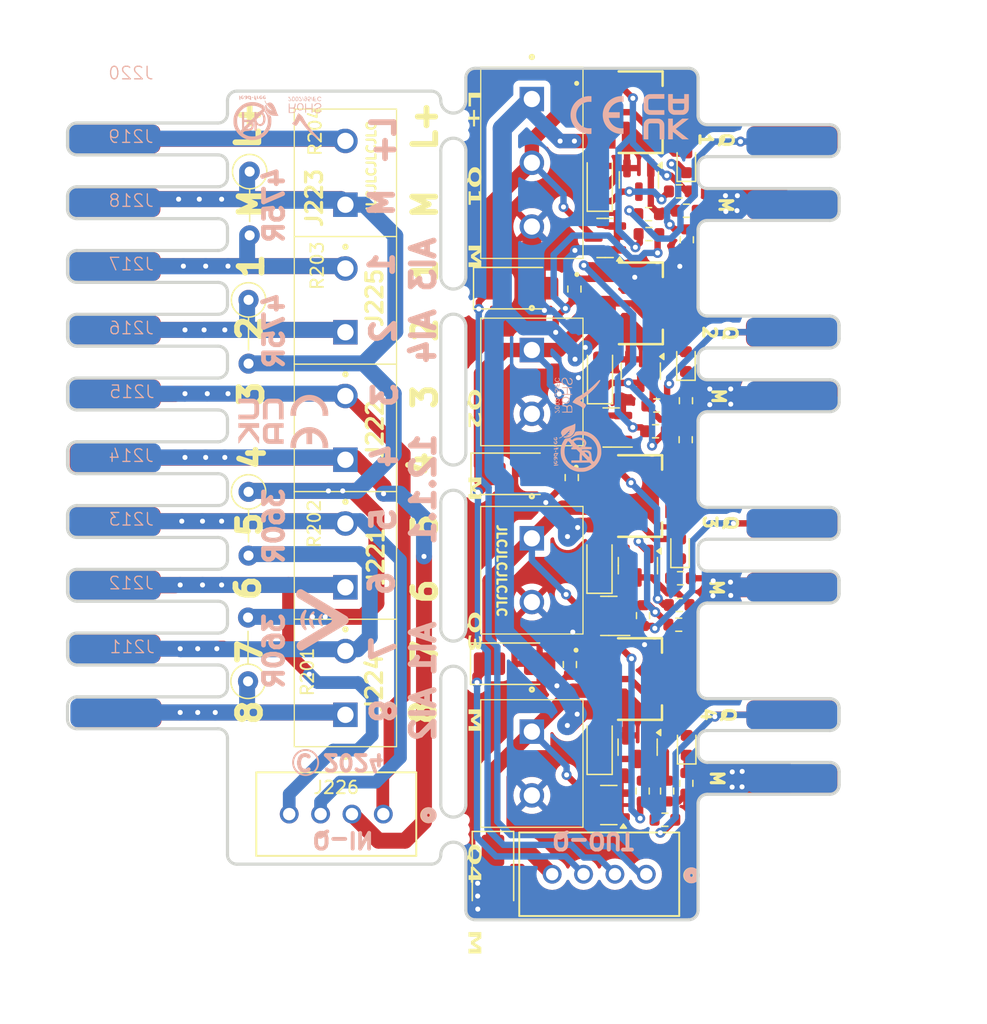
<source format=kicad_pcb>
(kicad_pcb (version 20221018) (generator pcbnew)
  (layers (0 "F.Cu" signal) (31 "B.Cu" signal) (34 "B.Paste" user) (35 "F.Paste" user) (36 "B.SilkS" user "B.Silkscreen") (37 "F.SilkS" user "F.Silkscreen") (38 "B.Mask" user) (39 "F.Mask" user) (44 "Edge.Cuts" user))
  (net 0 "")
  (net 1 "Net-(J306-Pin_1)")
  (net 2 "Net-(J302-Pin_1)")
  (net 3 "Net-(J304-Pin_1)")
  (net 4 "Net-(J201-Pin_1)")
  (net 5 "Net-(J202-Pin_1)")
  (net 6 "Net-(J203-Pin_1)")
  (net 7 "Net-(J204-Pin_1)")
  (net 8 "Net-(J205-Pin_1)")
  (net 9 "Net-(J206-Pin_1)")
  (net 10 "Net-(J207-Pin_1)")
  (net 11 "Net-(J208-Pin_1)")
  (net 12 "M")
  (net 13 "Net-(J210-Pin_1)")
  (net 14 "Net-(J314-Pin_1)")
  (net 15 "GNDPWR")
  (net 16 "Net-(D2-A)")
  (net 17 "Net-(D5-K)")
  (net 18 "Net-(D3-A)")
  (net 19 "Net-(D1-A)")
  (net 20 "Net-(D6-K)")
  (net 21 "Net-(D7-K)")
  (net 22 "Net-(D8-K)")
  (net 23 "Net-(Q1-G)")
  (net 24 "Net-(D1-K)")
  (net 25 "Net-(D2-K)")
  (net 26 "Net-(D3-K)")
  (net 27 "Net-(D4-K)")
  (net 28 "Net-(Q2-G)")
  (net 29 "Net-(Q3-G)")
  (net 30 "Net-(Q4-G)")
  (net 31 "Net-(R1-Pad1)")
  (net 32 "Net-(R20-Pad1)")
  (net 33 "Net-(R18-Pad1)")
  (net 34 "Net-(R19-Pad1)")
  (net 35 "Net-(J318-Pad1)")
  (net 36 "Net-(D4-A)")
  (footprint "Resistor_SMD:R_0603_1608Metric" (layer "F.Cu") (at 110.89 84.14 -90)
    (fp_text reference "R3" hide)
    (fp_text value "6.2K")
  )
  (footprint "Resistor_SMD:R_0603_1608Metric" (layer "F.Cu") (at 110.53 114.055 -90)
    (fp_text reference "R7" hide)
    (fp_text value "6.2K")
  )
  (footprint "Package_TO_SOT_SMD:SOT-23" (layer "F.Cu") (at 113.3375 80.07 180)
    (fp_text reference "D307" hide)
    (fp_text value "BAT54C")
  )
  (footprint "Resistor_SMD:R_0603_1608Metric" (layer "F.Cu") (at 116.36 110.155 90)
    (fp_text reference "R5" hide)
    (fp_text value "6.2K")
  )
  (footprint "PCB_Library:1729128" (layer "F.Cu") (at 107.5 89 -90)
    (fp_text reference "J317" hide)
    (fp_text value " DB128L-5.08-2P-BK-S" hide)
  )
  (footprint "PCB_Library:Conn_pin_PLC" (layer "F.Cu") (at 126.90175 113.295)
    (fp_text reference "J302" hide)
    (fp_text value "Conn_01x01_PAD")
  )
  (footprint "PCB_Library:mouse-bite-2mm-slot" (layer "F.Cu") (at 101.3 85.14 90)
    (fp_text reference "mouse-bite-2mm-slot" hide)
    (fp_text value "VAL**" hide)
  )
  (footprint "Resistor_SMD:R_0603_1608Metric" (layer "F.Cu") (at 119.25 76.36)
    (fp_text reference "R17" hide)
    (fp_text value "6.2K")
  )
  (footprint "PCB_Library:mouse-bite-2mm-slot" (layer "F.Cu") (at 101.3 127.2 90)
    (fp_text reference "mouse-bite-2mm-slot" hide)
    (fp_text value "VAL**" hide)
  )
  (footprint "LED_SMD:LED_0603_1608Metric" (layer "F.Cu") (at 119.84 120.4925 90)
    (fp_text reference "D3" hide)
    (fp_text value "LED WHITE")
  )
  (footprint "PCB_Library:Conn_pin_PLC" (layer "F.Cu") (at 126.93175 67.565)
    (fp_text reference "J310" hide)
    (fp_text value "Conn_01x01_PAD")
  )
  (footprint "PCB_Library:SOT230P700X185-4N" (layer "F.Cu") (at 116.17 70.05)
    (fp_text reference "U1" hide)
    (fp_text value "DMP6023LE-13")
  )
  (footprint "Resistor_SMD:R_0603_1608Metric" (layer "F.Cu") (at 117.455 93.42 180)
    (fp_text reference "R21" hide)
    (fp_text value "6.2K")
  )
  (footprint "Resistor_SMD:R_0603_1608Metric" (layer "F.Cu") (at 119.205 110.88 180)
    (fp_text reference "R14" hide)
    (fp_text value "6.2K")
  )
  (footprint "PCB_Library:Conn_pin_PLC" (layer "F.Cu") (at 72.97 67.432224)
    (fp_text reference "J210" hide)
    (fp_text value "Conn_01x01_PAD")
  )
  (footprint "PCB_Library:SOT230P700X185-4N" (layer "F.Cu") (at 116.13 100.63)
    (fp_text reference "U3" hide)
    (fp_text value "DMP6023LE-13")
  )
  (footprint "PCB_Library:Conn_pin_PLC" (layer "F.Cu") (at 72.97 72.49)
    (fp_text reference "J209" hide)
    (fp_text value "Conn_01x01_PAD")
  )
  (footprint "Resistor_SMD:R_0603_1608Metric" (layer "F.Cu") (at 110.68 99.16 -90)
    (fp_text reference "R6" hide)
    (fp_text value "6.2K")
  )
  (footprint "Diode_SMD:D_SMA" (layer "F.Cu") (at 104.4 130.8625 -90)
    (fp_text reference "D303" hide)
    (fp_text value "SS34")
  )
  (footprint "Package_TO_SOT_SMD:SOT-23" (layer "F.Cu") (at 115.93 120.6375 -90)
    (fp_text reference "Q1" hide)
    (fp_text value "2N7002")
  )
  (footprint "Resistor_SMD:R_0603_1608Metric" (layer "F.Cu") (at 119.24 109.31)
    (fp_text reference "R18" hide)
    (fp_text value "6.2K")
  )
  (footprint "PCB_Library:Conn_pin_PLC" (layer "F.Cu") (at 126.92175 98.065)
    (fp_text reference "J314" hide)
    (fp_text value "Conn_01x01_PAD")
  )
  (footprint "Package_TO_SOT_SMD:SOT-23" (layer "F.Cu") (at 113.6325 110.18 180)
    (fp_text reference "D306" hide)
    (fp_text value "BAT54C")
  )
  (footprint "PCB_Library:Conn_pin_PLC" (layer "F.Cu") (at 126.95175 87.895)
    (fp_text reference "J311" hide)
    (fp_text value "Conn_01x01_PAD")
  )
  (footprint "PCB_Library:SOT230P700X185-4N" (layer "F.Cu") (at 116.12 115.21)
    (fp_text reference "U4" hide)
    (fp_text value "DMP6023LE-13")
  )
  (footprint "PCB_Library:Conn_pin_PLC" (layer "F.Cu") (at 73 87.733334)
    (fp_text reference "J206" hide)
    (fp_text value "Conn_01x01_PAD")
  )
  (footprint "Diode_SMD:D_SOD-123F" (layer "F.Cu") (at 112.91 75.73 90)
    (fp_text reference "D5" hide)
    (fp_text value "SM4007")
  )
  (footprint "Diode_SMD:D_SOD-123F" (layer "F.Cu") (at 112.89 106.17 90)
    (fp_text reference "D7" hide)
    (fp_text value "SM4007")
  )
  (footprint "PCB_Library:Conn_pin_PLC" (layer "F.Cu") (at 126.87175 82.835)
    (fp_text reference "J306" hide)
    (fp_text value "Conn_01x01_PAD")
  )
  (footprint "PCB_Library:Conn_pin_PLC" (layer "F.Cu") (at 126.92175 118.385)
    (fp_text reference "J307" hide)
    (fp_text value "Conn_01x01_PAD")
  )
  (footprint "Diode_SMD:D_SMA" (layer "F.Cu") (at 106.12 113.99)
    (fp_text reference "D302" hide)
    (fp_text value "SS34")
  )
  (footprint "Resistor_SMD:R_0603_1608Metric" (layer "F.Cu") (at 119.345 107.18)
    (fp_text reference "R12" hide)
    (fp_text value "4.7k")
  )
  (footprint "PCB_Library:Conn_pin_PLC" (layer "F.Cu") (at 72.99 108.044446)
    (fp_text reference "J202" hide)
    (fp_text value "Conn_01x01_PAD")
  )
  (footprint "PCB_Library:Conn_pin_PLC" (layer "F.Cu") (at 126.92175 72.665)
    (fp_text reference "J309" hide)
    (fp_text value "Conn_01x01_PAD")
  )
  (footprint "Package_TO_SOT_SMD:SOT-23" (layer "F.Cu") (at 115.95 106.1775 -90)
    (fp_text reference "Q2" hide)
    (fp_text value "2N7002")
  )
  (footprint "PCB_Library:SOT230P700X185-4N" (layer "F.Cu") (at 116.19 85.28)
    (fp_text reference "U2" hide)
    (fp_text value "DMP6023LE-13")
  )
  (footprint "Resistor_SMD:R_0603_1608Metric" (layer "F.Cu") (at 119.78 93.035 90)
    (fp_text reference "R10" hide)
    (fp_text value "4.7k")
  )
  (footprint "Resistor_THT:R_Axial_DIN0207_L6.3mm_D2.5mm_P5.08mm_Vertical" (layer "F.Cu") (at 85.00825 74.782224 -90)
    (fp_text reference "R204")
    (fp_text value "475R")
  )
  (footprint "PCB_Library:1729128" (layer "F.Cu") (at 92.64 97.74 90)
    (fp_text reference "J222")
    (fp_text value "Dorabo-DB128L_5_08_2P_BKS" hide)
  )
  (footprint "PCB_Library:Conn_pin_PLC" (layer "F.Cu") (at 73 102.966668)
    (fp_text reference "J203" hide)
    (fp_text value "Conn_01x01_PAD")
  )
  (footprint "Resistor_THT:R_Axial_DIN0207_L6.3mm_D2.5mm_P5.08mm_Vertical" (layer "F.Cu") (at 84.91825 100.297224 -90)
    (fp_text reference "R202")
    (fp_text value "360R")
  )
  (footprint "Resistor_SMD:R_0603_1608Metric" (layer "F.Cu") (at 117.355 95.47)
    (fp_text reference "R20" hide)
    (fp_text value "6.2K")
  )
  (footprint "Resistor_SMD:R_0603_1608Metric" (layer "F.Cu") (at 116.805 78.17)
    (fp_text reference "R4" hide)
    (fp_text value "6.2K")
  )
  (footprint "PCB_Library:Conn_pin_PLC" (layer "F.Cu") (at 126.90175 103.125)
    (fp_text reference "J315" hide)
    (fp_text value "Conn_01x01_PAD")
  )
  (footprint "PCB_Library:Conn_pin_PLC" (layer "F.Cu") (at 72.99 77.587778)
    (fp_text reference "J208" hide)
    (fp_text value "Conn_01x01_PAD")
  )
  (footprint "PCB_Library:1729128" (layer "F.Cu") (at 92.64 118.06 90)
    (fp_text reference "J224")
    (fp_text value "Dorabo-DB128L_5_08_2P_BKS" hide)
  )
  (footprint "PCB_Library:1729128" (layer "F.Cu") (at 107.5 104 -90)
    (fp_text reference "J320" hide)
    (fp_text value "DB128L-5.08-2P-BK-S" hide)
  )
  (footprint "Diode_SMD:D_SMA" (layer "F.Cu") (at 106.16 98.86)
    (fp_text reference "D301" hide)
    (fp_text value "SS34")
  )
  (footprint "Resistor_THT:R_Axial_DIN0207_L6.3mm_D2.5mm_P5.08mm_Vertical" (layer "F.Cu") (at 84.87825 115.392224 90)
    (fp_text reference "R201")
    (fp_text value "360R")
  )
  (footprint "Package_TO_SOT_SMD:SOT-23" (layer "F.Cu") (at 116.18 90.68 -90)
    (fp_text reference "Q3" hide)
    (fp_text value "2N7002")
  )
  (footprint "PCB_Library:CONN_B04B-XASK-1_JST" (layer "F.Cu") (at 95.66 125.97)
    (fp_text reference "J226")
    (fp_text value "B04B-XASK-1")
  )
  (footprint "PCB_Library:Conn_pin_PLC" (layer "F.Cu") (at 73.06175 113.165)
    (fp_text reference "J201" hide)
    (fp_text value "Conn_01x01_PAD")
  )
  (footprint "Resistor_SMD:R_0603_1608Metric" (layer "F.Cu") (at 118.105 126.42 180)
    (fp_text reference "R8" hide)
    (fp_text value "6.2K")
  )
  (footprint "Package_TO_SOT_SMD:SOT-23" (layer "F.Cu") (at 113.8225 95.17 180)
    (fp_text reference "D308" hide)
    (fp_text value "BAT54C")
  )
  (footprint "Resistor_SMD:R_0603_1608Metric" (layer "F.Cu") (at 119.81 123.52 90)
    (fp_text reference "R11" hide)
    (fp_text value "4.7k")
  )
  (footprint "PCB_Library:XY128V-A-5.08-3P" (layer "F.Cu") (at 107.5 69 -90)
    (fp_text reference "J318" hide)
    (fp_text value "DB128L-5.08-3P-BK-S" hide)
  )
  (footprint "Resistor_SMD:R_0603_1608Metric" (layer "F.Cu") (at 119.85 80.21 90)
    (fp_text reference "R9" hide)
    (fp_text value "4.7k")
  )
  (footprint "LED_SMD:LED_0603_1608Metric" (layer "F.Cu") (at 119.31 104.8375 90)
    (fp_text reference "D4" hide)
    (fp_text value "LED WHITE")
  )
  (footprint "Resistor_SMD:R_0603_1608Metric" (layer "F.Cu") (at 116.33 124.135 90)
    (fp_text reference "R19" hide)
    (fp_text value "6.2K")
  )
  (footprint "Resistor_SMD:R_0603_1608Metric" (layer "F.Cu") (at 119.76 96.14 90)
    (fp_text reference "R15" hide)
    (fp_text value "6.2K")
  )
  (footprint "Package_TO_SOT_SMD:SOT-23" (layer "F.Cu") (at 113.6325 125.25 180)
    (fp_text reference "D305" hide)
    (fp_text value "BAT54C")
  )
  (footprint "PCB_Library:mouse-bite-2mm-slot" (layer "F.Cu") (at 101.3 99.16 90)
    (fp_text reference "mouse-bite-2mm-slot" hide)
    (fp_text value "VAL**" hide)
  )
  (footprint "Diode_SMD:D_SOD-123F" (layer "F.Cu") (at 112.9 120.6 90)
    (fp_text reference "D8" hide)
    (fp_text value "SM4007")
  )
  (footprint "Diode_SMD:D_SMA" (layer "F.Cu") (at 106.36 84.07)
    (fp_text reference "D309" hide)
    (fp_text value "SS34")
  )
  (footprint "PCB_Library:mouse-bite-2mm-slot" (layer "F.Cu") (at 101.3 113.17 90)
    (fp_text reference "mouse-bite-2mm-slot" hide)
    (fp_text value "VAL**" hide)
  )
  (footprint "Resistor_THT:R_Axial_DIN0207_L6.3mm_D2.5mm_P5.08mm_Vertical" (layer "F.Cu") (at 84.91825 85.002224 -90)
    (fp_text reference "R203")
    (fp_text value "475R")
  )
  (footprint "Resistor_SMD:R_0603_1608Metric" (layer "F.Cu") (at 116.83 79.76)
    (fp_text reference "R1" hide)
    (fp_text value "6.2K")
  )
  (footprint "Package_TO_SOT_SMD:SOT-23" (layer "F.Cu") (at 116.03 75.4425 -90)
    (fp_text reference "Q4" hide)
    (fp_text value "2N7002")
  )
  (footprint "PCB_Library:Conn_pin_PLC" (layer "F.Cu") (at 72.99 97.89889)
    (fp_text reference "J204" hide)
    (fp_text value "Conn_01x01_PAD")
  )
  (footprint "PCB_Library:Conn_pin_PLC" (layer "F.Cu") (at 73 82.645556)
    (fp_text reference "J207" hide)
    (fp_text value "Conn_01x01_PAD")
  )
  (footprint "PCB_Library:Conn_pin_PLC" (layer "F.Cu") (at 72.97175 92.835)
    (fp_text reference "J205" hide)
    (fp_text value "Conn_01x01_PAD")
  )
  (footprint "PCB_Library:1729128" (layer "F.Cu") (at 92.64 107.9 90)
    (fp_text reference "J221")
    (fp_text value "Dorabo-DB128L_5_08_2P_BKS" hide)
  )
  (footprint "PCB_Library:1729128" (layer "F.Cu") (at 92.64 77.42 90)
    (fp_text reference "J223")
    (fp_text value "Dorabo-DB128L_5_08_2P_BKS" hide)
  )
  (footprint "Diode_SMD:D_SOD-123F" (layer "F.Cu") (at 112.93 91.0675 90)
    (fp_text reference "D6" hide)
    (fp_text value "SM4007")
  )
  (footprint "PCB_Library:1729128" (layer "F.Cu") (at 92.64 87.58 90)
    (fp_text reference "J225")
    (fp_text value "Dorabo-DB128L_5_08_2P_BKS" hide)
  )
  (footprint "LED_SMD:LED_0603_1608Metric" (layer "F.Cu") (at 119.78 89.9225 90)
    (fp_text reference "D2" hide)
    (fp_text value "LED WHITE")
  )
  (footprint "Resistor_SMD:R_0603_1608Metric" (layer "F.Cu") (at 118.28 124.135 -90)
    (fp_text reference "R13" hide)
    (fp_text value "6.2K")
  )
  (footprint "PCB_Library:mouse-bite-2mm-slot" (layer "F.Cu") (at 101.29 71.11 90)
    (fp_text reference "mouse-bite-2mm-slot" hide)
    (fp_text value "VAL**" hide)
  )
  (footprint "PCB_Library:1729128" (layer "F.Cu") (at 107.5 119.4 -90)
    (fp_text reference "J319" hide)
    (fp_text value "DB128L-5.08-2P-BK-S" hide)
  )
  (footprint "LED_SMD:LED_0603_1608Metric" (layer "F.Cu") (at 119.81 74.08 90)
    (fp_text reference "D1" hide)
    (fp_text value "LED WHITE")
  )
  (footprint "Resistor_SMD:R_0603_1608Metric" (layer "F.Cu") (at 119.815 77.9 180)
    (fp_text reference "R2" hide)
    (fp_text value "6.2K")
  )
  (footprint "PCB_Library:CONN_B04B-XASK-1_JST" (layer "F.Cu") (at 116.62 130.76)
    (fp_text reference "J321" hide)
    (fp_text value "B04B-XASK-1")
  )
  (footprint "PCB_Library:Conn_pin_PLC" (layer "B.Cu") (at 129.52825 67.595 180)
    (fp_text reference "J304" hide)
    (fp_text value "Conn_01x01_PAD")
  )
  (footprint "PCB_Library:Conn_pin_PLC" (layer "B.Cu") (at 75.5665 108.062224 180)
    (fp_text reference "J212")
    (fp_text value "Conn_01x01_PAD")
  )
  (footprint "PCB_Library:Conn_pin_PLC" (layer "B.Cu") (at 75.5765 87.742224 180)
    (fp_text reference "J216")
    (fp_text value "Conn_01x01_PAD")
  )
  (footprint "PCB_Library:Conn_pin_PLC" (layer "B.Cu") (at 75.5765 102.982224 180)
    (fp_text reference "J213")
    (fp_text value "Conn_01x01_PAD")
  )
  (footprint "PCB_Library:Conn_pin_PLC" (layer "B.Cu") (at 75.5765 82.652224 180)
    (fp_text reference "J217")
    (fp_text value "Conn_01x01_PAD")
  )
  (footprint "LOGO" (layer "B.Cu") (at 89.91 95.01 -90)
    (fp_text reference "G***" hide)
    (fp_text value "LOGO" hide)
  )
  (footprint "LOGO" (layer "B.Cu") (at 118.247335 70.372404)
    (fp_text reference "G***" hide)
    (fp_text value "LOGO" hide)
  )
  (footprint "LOGO" (layer "B.Cu") (at 113.02 70.13)
    (fp_text reference "G***" hide)
    (fp_text value "LOGO" hide)
  )
  (footprint "LOGO" (layer "B.Cu") (at 111.14 94.95 90)
    (fp_text reference "G***" hide)
    (fp_text value "LOGO" hide)
  )
  (footprint "PCB_Library:Conn_pin_PLC" (layer "B.Cu") (at 129.52825 113.315 180)
    (fp_text reference "J308" hide)
    (fp_text value "Conn_01x01_PAD")
  )
  (footprint "PCB_Library:Conn_pin_PLC" (layer "B.Cu") (at 75.5465 72.492224 180)
    (fp_text reference "J219")
    (fp_text value "Conn_01x01_PAD")
  )
  (footprint "PCB_Library:Conn_pin_PLC" (layer "B.Cu") (at 75.64825 113.152224 180)
    (fp_text reference "J211")
    (fp_text value "Conn_01x01_PAD")
  )
  (footprint "PCB_Library:Conn_pin_PLC" (layer "B.Cu") (at 129.52825 82.815 180)
    (fp_text reference "J312" hide)
    (fp_text value "Conn_01x01_PAD")
  )
  (footprint "PCB_Library:Conn_pin_PLC" (layer "B.Cu") (at 129.53825 98.045 180)
    (fp_text reference "J316" hide)
    (fp_text value "Conn_01x01_PAD")
  )
  (footprint "PCB_Library:Conn_pin_PLC" (layer "B.Cu") (at 75.5665 97.912224 180)
    (fp_text reference "J214")
    (fp_text value "Conn_01x01_PAD")
  )
  (footprint "PCB_Library:Conn_pin_PLC" (layer "B.Cu") (at 129.53825 87.895 180)
    (fp_text reference "J305" hide)
    (fp_text value "Conn_01x01_PAD")
  )
  (footprint "PCB_Library:Conn_pin_PLC" (layer "B.Cu") (at 129.52825 118.375 180)
    (fp_text reference "J301" hide)
    (fp_text value "Conn_01x01_PAD")
  )
  (footprint "LOGO" (layer "B.Cu") (at 85.95 94.71 -90)
    (fp_text reference "G***" hide)
    (fp_text value "LOGO" hide)
  )
  (footprint "PCB_Library:Conn_pin_PLC" (layer "B.Cu") (at 75.62825 92.825 180)
    (fp_text reference "J215")
    (fp_text value "Conn_01x01_PAD")
  )
  (footprint "PCB_Library:Conn_pin_PLC" (layer "B.Cu") (at 129.54825 72.655 180)
    (fp_text reference "J303" hide)
    (fp_text value "Conn_01x01_PAD")
  )
  (footprint "LOGO" (layer "B.Cu") (at 87.21825 70.503224)
    (fp_text reference "G***" hide)
    (fp_text value "LOGO" hide)
  )
  (footprint "PCB_Library:Conn_pin_PLC" (layer "B.Cu") (at 129.52825 103.145 180)
    (fp_text reference "J313" hide)
    (fp_text value "Conn_01x01_PAD")
  )
  (footprint "PCB_Library:Conn_pin_PLC" (layer "B.Cu") (at 75.5665 77.592224 180)
    (fp_text reference "J218")
    (fp_text value "Conn_01x01_PAD")
  )
  (footprint "PCB_Library:Conn_pin_PLC" (layer "B.Cu") (at 75.5465 67.432224 180)
    (fp_text reference "J220")
    (fp_text value "Conn_01x01_PAD")
  )
  (gr_poly (pts (xy 89.04697 110.443566) (xy 89.051492 110.384771) (xy 89.058926 110.327087) (xy 89.069189 110.270596) (xy 89.082199 110.215377) (xy 89.097872 110.161513) (xy 89.116125 110.109084) (xy 89.136875 110.058171) (xy 89.160039 110.008856) (xy 89.185533 109.96122) (xy 89.213275 109.915344) (xy 89.243182 109.871308) (xy 89.275169 109.829195) (xy 89.309155 109.789084) (xy 89.345056 109.751058) (xy 89.382789 109.715197) (xy 89.382789 109.714006) (xy 89.389322 109.708168) (xy 89.396059 109.702274) (xy 89.409776 109.690392) (xy 89.41008 109.690165) (xy 89.41039 109.689945) (xy 89.410705 109.689734) (xy 89.411025 109.689531) (xy 89.41135 109.689337) (xy 89.411681 109.689151) (xy 89.412016 109.688973) (xy 89.412356 109.688804) (xy 89.414402 109.687706) (xy 89.416477 109.68667) (xy 89.418578 109.685696) (xy 89.420705 109.684785) (xy 89.422856 109.683937) (xy 89.425028 109.683152) (xy 89.427222 109.682431) (xy 89.429436 109.681775) (xy 89.431667 109.681183) (xy 89.433916 109.680656) (xy 89.436179 109.680195) (xy 89.438457 109.679799) (xy 89.440747 109.67947) (xy 89.443048 109.679207) (xy 89.445359 109.679011) (xy 89.447678 109.678883) (xy 89.45197 109.679003) (xy 89.456213 109.67936) (xy 89.460403 109.679948) (xy 89.464534 109.680763) (xy 89.468603 109.681799) (xy 89.472606 109.683052) (xy 89.476538 109.684515) (xy 89.480395 109.686185) (xy 89.484173 109.688055) (xy 89.487868 109.690121) (xy 89.491475 109.692378) (xy 89.494991 109.69482) (xy 89.498411 109.697443) (xy 89.50173 109.700241) (xy 89.504946 109.703209) (xy 89.508052 109.706342) (xy 89.511046 109.709635) (xy 89.513923 109.713082) (xy 89.516679 109.71668) (xy 89.519309 109.720421) (xy 89.52181 109.724302) (xy 89.524176 109.728318) (xy 89.526405 109.732462) (xy 89.528491 109.736731) (xy 89.530431 109.741118) (xy 89.53222 109.745619) (xy 89.533855 109.750229) (xy 89.53533 109.754942) (xy 89.536641 109.759754) (xy 89.537786 109.764659) (xy 89.538758 109.769652) (xy 89.539554 109.774728) (xy 89.540096 109.777449) (xy 89.540561 109.780183) (xy 89.54095 109.782927) (xy 89.541262 109.785681) (xy 89.541497 109.788442) (xy 89.541654 109.791209) (xy 89.541734 109.793981) (xy 89.541737 109.796755) (xy 89.541737 109.800128) (xy 89.541697 109.802249) (xy 89.541611 109.804368) (xy 89.54148 109.806484) (xy 89.541304 109.808596) (xy 89.541083 109.810704) (xy 89.540817 109.812807) (xy 89.540506 109.814904) (xy 89.54015 109.816995) (xy 89.540127 109.817849) (xy 89.540063 109.818699) (xy 89.539963 109.819544) (xy 89.53983 109.820388) (xy 89.539671 109.821228) (xy 89.53949 109.822067) (xy 89.539083 109.823742) (xy 89.538224 109.827097) (xy 89.538029 109.82794) (xy 89.537852 109.828786) (xy 89.537697 109.829636) (xy 89.53757 109.830489) (xy 89.534593 109.840014) (xy 89.534226 109.841185) (xy 89.533836 109.842348) (xy 89.533423 109.843502) (xy 89.532987 109.844649) (xy 89.532529 109.845786) (xy 89.532049 109.846914) (xy 89.531546 109.848033) (xy 89.531021 109.849142) (xy 89.529681 109.85156) (xy 89.528375 109.853996) (xy 89.527106 109.856451) (xy 89.525872 109.858923) (xy 89.524674 109.861413) (xy 89.523512 109.863921) (xy 89.522387 109.866445) (xy 89.521298 109.868986) (xy 89.520848 109.869872) (xy 89.520378 109.870746) (xy 89.519887 109.871609) (xy 89.519376 109.872459) (xy 89.518844 109.873297) (xy 89.518293 109.874122) (xy 89.517722 109.874934) (xy 89.517131 109.875733) (xy 89.515776 109.877653) (xy 89.514389 109.879549) (xy 89.512971 109.881422) (xy 89.511522 109.883271) (xy 89.510043 109.885095) (xy 89.508533 109.886895) (xy 89.506993 109.888669) (xy 89.505423 109.890418) (xy 89.506291 109.889628) (xy 89.507146 109.888826) (xy 89.507989 109.888011) (xy 89.508819 109.887183) (xy 89.509636 109.886343) (xy 89.51044 109.885491) (xy 89.51123 109.884627) (xy 89.512007 109.88375) (xy 89.512771 109.882862) (xy 89.513521 109.881963) (xy 89.514257 109.881051) (xy 89.514979 109.880129) (xy 89.515687 109.879195) (xy 89.516381 109.87825) (xy 89.517061 109.877294) (xy 89.517726 109.876328) (xy 89.502389 109.90918) (xy 89.487871 109.943048) (xy 89.474195 109.977893) (xy 89.461385 110.013681) (xy 89.449465 110.050374) (xy 89.438458 110.087937) (xy 89.428387 110.126333) (xy 89.419276 110.165526) (xy 89.411149 110.205479) (xy 89.40403 110.246156) (xy 89.397941 110.287521) (xy 89.392906 110.329538) (xy 89.388949 110.372169) (xy 89.386093 110.415379) (xy 89.384363 110.459132) (xy 89.383781 110.503391) (xy 89.384393 110.548548) (xy 89.386211 110.593208) (xy 89.389211 110.637329) (xy 89.393365 110.680868) (xy 89.398648 110.723784) (xy 89.405034 110.766035) (xy 89.412498 110.807579) (xy 89.421013 110.848374) (xy 89.430553 110.888379) (xy 89.441093 110.927551) (xy 89.452607 110.965848) (xy 89.465069 111.00323) (xy 89.478453 111.039653) (xy 89.492733 111.075077) (xy 89.507883 111.109458) (xy 89.523878 111.142756) (xy 89.524277 111.143341) (xy 89.524665 111.143933) (xy 89.525042 111.144532) (xy 89.525407 111.145138) (xy 89.525759 111.14575) (xy 89.526101 111.146369) (xy 89.52643 111.146994) (xy 89.526747 111.147626) (xy 89.527052 111.148263) (xy 89.527344 111.148906) (xy 89.527625 111.149555) (xy 89.527893 111.150209) (xy 89.528148 111.150869) (xy 89.528391 111.151533) (xy 89.528621 111.152202) (xy 89.528839 111.152876) (xy 89.53042 111.156284) (xy 89.531901 111.15973) (xy 89.53328 111.163213) (xy 89.534557 111.166731) (xy 89.535732 111.170281) (xy 89.536803 111.173862) (xy 89.537771 111.17747) (xy 89.538635 111.181103) (xy 89.539394 111.18476) (xy 89.540048 111.188438) (xy 89.540596 111.192135) (xy 89.541039 111.195848) (xy 89.541375 111.199575) (xy 89.541603 111.203315) (xy 89.541724 111.207064) (xy 89.541737 111.21082) (xy 89.541617 111.21681) (xy 89.541259 111.222719) (xy 89.54067 111.228541) (xy 89.539855 111.234268) (xy 89.537573 111.245408) (xy 89.53446 111.256083) (xy 89.530562 111.266234) (xy 89.525925 111.275805) (xy 89.520598 111.284737) (xy 89.514626 111.292973) (xy 89.511412 111.296813) (xy 89.508056 111.300456) (xy 89.504561 111.303897) (xy 89.500935 111.307128) (xy 89.497183 111.310142) (xy 89.493311 111.312932) (xy 89.489324 111.31549) (xy 89.485229 111.317809) (xy 89.481031 111.319882) (xy 89.476737 111.321703) (xy 89.472351 111.323263) (xy 89.467881 111.324555) (xy 89.463331 111.325573) (xy 89.458708 111.326309) (xy 89.454017 111.326756) (xy 89.449265 111.326906) (xy 89.446391 111.32681) (xy 89.443529 111.32661) (xy 89.440681 111.326307) (xy 89.437851 111.325903) (xy 89.43504 111.325397) (xy 89.432253 111.324792) (xy 89.42949 111.324087) (xy 89.426756 111.323284) (xy 89.424052 111.322383) (xy 89.421381 111.321385) (xy 89.418746 111.320292) (xy 89.41615 111.319103) (xy 89.413595 111.31782) (xy 89.411084 111.316443) (xy 89.40862 111.314974) (xy 89.406204 111.313412) (xy 89.403897 111.31146) (xy 89.401591 111.309475) (xy 89.396977 111.305425) (xy 89.392363 111.301302) (xy 89.38775 111.297141) (xy 89.349569 111.261217) (xy 89.313219 111.223014) (xy 89.278788 111.18263) (xy 89.246363 111.140161) (xy 89.21603 111.095705) (xy 89.187878 111.049359) (xy 89.161993 111.001221) (xy 89.138462 110.951388) (xy 89.117374 110.899957) (xy 89.098814 110.847027) (xy 89.08287 110.792693) (xy 89.069629 110.737054) (xy 89.059179 110.680207) (xy 89.051607 110.622249) (xy 89.047 110.563278) (xy 89.045445 110.503391)) (fill solid) (layer "B.SilkS"))
  (gr_line (start 91.602709 110.326384) (end 91.578103 110.310113) (stroke (width 0.00496)) (layer "B.SilkS"))
  (gr_poly (pts (xy 88.715642 108.437657) (xy 88.716103 108.417872) (xy 88.717472 108.398347) (xy 88.719726 108.379105) (xy 88.722841 108.360171) (xy 88.726797 108.341568) (xy 88.731569 108.323321) (xy 88.737135 108.305454) (xy 88.743473 108.287991) (xy 88.750559 108.270957) (xy 88.758372 108.254376) (xy 88.766888 108.238271) (xy 88.776085 108.222667) (xy 88.78594 108.207589) (xy 88.79643 108.19306) (xy 88.807533 108.179105) (xy 88.819226 108.165748) (xy 88.831487 108.153012) (xy 88.844292 108.140923) (xy 88.85762 108.129505) (xy 88.871446 108.118781) (xy 88.88575 108.108776) (xy 88.900507 108.099514) (xy 88.915696 108.091019) (xy 88.931294 108.083315) (xy 88.947277 108.076428) (xy 88.963624 108.07038) (xy 88.980312 108.065196) (xy 88.997318 108.0609) (xy 89.014619 108.057517) (xy 89.032192 108.055071) (xy 89.050016 108.053585) (xy 89.068067 108.053085) (xy 89.076802 108.053188) (xy 89.085519 108.053526) (xy 89.094215 108.054096) (xy 89.102885 108.054899) (xy 89.111524 108.055932) (xy 89.120127 108.057196) (xy 89.128691 108.058688) (xy 89.13721 108.060408) (xy 89.14568 108.062355) (xy 89.154096 108.064529) (xy 89.162454 108.066927) (xy 89.170749 108.069549) (xy 89.178977 108.072394) (xy 89.187133 108.075461) (xy 89.195212 108.07875) (xy 89.20321 108.082258) (xy 89.269282 108.121942) (xy 92.525245 110.075361) (xy 92.708601 110.185891) (xy 92.744518 110.207322) (xy 92.747098 110.208909) (xy 92.765044 110.222516) (xy 92.782028 110.237084) (xy 92.798022 110.252559) (xy 92.813001 110.268889) (xy 92.826936 110.286023) (xy 92.839802 110.303908) (xy 92.85157 110.32249) (xy 92.862214 110.341719) (xy 92.871708 110.361541) (xy 92.880022 110.381905) (xy 92.887132 110.402757) (xy 92.89301 110.424046) (xy 92.897629 110.445719) (xy 92.900961 110.467724) (xy 92.90298 110.490008) (xy 92.903659 110.512519) (xy 92.90298 110.53503) (xy 92.900961 110.557314) (xy 92.897629 110.579318) (xy 92.89301 110.600991) (xy 92.887132 110.62228) (xy 92.880022 110.643133) (xy 92.871708 110.663496) (xy 92.862214 110.683318) (xy 92.85157 110.702547) (xy 92.839802 110.72113) (xy 92.826936 110.739014) (xy 92.813001 110.756148) (xy 92.798022 110.772478) (xy 92.782028 110.787954) (xy 92.765044 110.802521) (xy 92.747098 110.816128) (xy 92.74676 110.816329) (xy 92.746427 110.816536) (xy 92.746098 110.81675) (xy 92.745773 110.81697) (xy 92.745452 110.817196) (xy 92.745136 110.817429) (xy 92.744825 110.817669) (xy 92.744518 110.817914) (xy 92.708601 110.839345) (xy 92.524848 110.949676) (xy 89.300834 112.884244) (xy 89.245867 112.917383) (xy 89.237521 112.921322) (xy 89.22908 112.925018) (xy 89.220547 112.92847) (xy 89.211929 112.931676) (xy 89.20323 112.934635) (xy 89.194457 112.937345) (xy 89.185614 112.939806) (xy 89.176707 112.942017) (xy 89.167741 112.943975) (xy 89.158722 112.94568) (xy 89.149655 112.947131) (xy 89.140545 112.948325) (xy 89.131398 112.949263) (xy 89.122218 112.949943) (xy 89.113013 112.950363) (xy 89.103786 112.950522) (xy 89.085629 112.95002) (xy 89.067713 112.948531) (xy 89.050057 112.946079) (xy 89.032686 112.942687) (xy 89.01562 112.938381) (xy 88.998883 112.933185) (xy 88.982495 112.927122) (xy 88.966479 112.920217) (xy 88.950858 112.912494) (xy 88.935652 112.903977) (xy 88.920886 112.89469) (xy 88.906579 112.884658) (xy 88.892755 112.873905) (xy 88.879436 112.862455) (xy 88.866643 112.850333) (xy 88.854399 112.837561) (xy 88.842726 112.824165) (xy 88.831646 112.81017) (xy 88.821182 112.795598) (xy 88.811354 112.780474) (xy 88.802185 112.764823) (xy 88.793698 112.748668) (xy 88.785915 112.732034) (xy 88.778857 112.714945) (xy 88.772546 112.697426) (xy 88.767005 112.6795) (xy 88.762256 112.661191) (xy 88.758321 112.642524) (xy 88.755222 112.623524) (xy 88.752981 112.604213) (xy 88.751621 112.584617) (xy 88.751162 112.564759) (xy 88.751533 112.542501) (xy 88.753133 112.52042) (xy 88.75594 112.498562) (xy 88.759934 112.476973) (xy 88.765093 112.455698) (xy 88.771398 112.434782) (xy 88.778827 112.414271) (xy 88.78736 112.394211) (xy 88.796975 112.374646) (xy 88.807652 112.355622) (xy 88.81937 112.337186) (xy 88.832108 112.319381) (xy 88.845846 112.302255) (xy 88.860562 112.285851) (xy 88.876236 112.270216) (xy 88.892846 112.255395) (xy 88.893839 112.255395) (xy 88.977976 112.204198) (xy 91.415186 110.741714) (xy 91.42159 110.738827) (xy 91.427889 110.735732) (xy 91.434079 110.73243) (xy 91.440154 110.728926) (xy 91.446109 110.725222) (xy 91.45194 110.721321) (xy 91.457641 110.717226) (xy 91.463207 110.712941) (xy 91.473952 110.703621) (xy 91.484121 110.693783) (xy 91.493699 110.683454) (xy 91.502674 110.672661) (xy 91.511032 110.661432) (xy 91.518759 110.649795) (xy 91.525842 110.637777) (xy 91.532269 110.625405) (xy 91.538024 110.612708) (xy 91.543096 110.599712) (xy 91.54747 110.586446) (xy 91.551134 110.572936) (xy 91.554074 110.559211) (xy 91.556276 110.545297) (xy 91.557727 110.531223) (xy 91.558414 110.517016) (xy 91.558326 110.502792) (xy 91.557468 110.48867) (xy 91.555854 110.474676) (xy 91.553495 110.460839) (xy 91.550403 110.447187) (xy 91.546592 110.433748) (xy 91.542072 110.42055) (xy 91.536856 110.407622) (xy 91.530956 110.394991) (xy 91.524385 110.382685) (xy 91.517155 110.370733) (xy 91.509278 110.359162) (xy 91.500765 110.348001) (xy 91.491631 110.337277) (xy 91.481885 110.32702) (xy 91.471542 110.317256) (xy 91.443562 110.299199) (xy 91.420345 110.284117) (xy 91.416441 110.282334) (xy 91.412482 110.28057) (xy 91.408485 110.278843) (xy 91.40447 110.277172) (xy 88.920826 108.787105) (xy 88.908916 108.780472) (xy 88.8973 108.77346) (xy 88.885986 108.766081) (xy 88.874979 108.758344) (xy 88.864284 108.750259) (xy 88.853909 108.741837) (xy 88.843858 108.733087) (xy 88.834139 108.72402) (xy 88.824756 108.714646) (xy 88.815716 108.704975) (xy 88.807025 108.695017) (xy 88.798689 108.684783) (xy 88.790713 108.674283) (xy 88.783104 108.663526) (xy 88.775868 108.652523) (xy 88.76901 108.641284) (xy 88.762537 108.629819) (xy 88.756454 108.618138) (xy 88.750768 108.606252) (xy 88.745484 108.594171) (xy 88.740609 108.581905) (xy 88.736148 108.569463) (xy 88.732108 108.556857) (xy 88.728493 108.544096) (xy 88.725311 108.53119) (xy 88.722568 108.51815) (xy 88.720268 108.504986) (xy 88.718419 108.491708) (xy 88.717025 108.478325) (xy 88.716094 108.464849) (xy 88.715631 108.45129)) (fill solid) (layer "B.SilkS"))
  (gr_poly (pts (xy 90.470386 110.465765) (xy 90.473798 110.429939) (xy 90.479404 110.394775) (xy 90.48714 110.360324) (xy 90.496939 110.326638) (xy 90.508737 110.293769) (xy 90.522468 110.261769) (xy 90.538067 110.230688) (xy 90.555468 110.20058) (xy 90.574605 110.171496) (xy 90.595414 110.143487) (xy 90.617829 110.116605) (xy 90.641785 110.090903) (xy 90.667216 110.066431) (xy 90.694057 110.043242) (xy 90.722242 110.021387) (xy 90.742085 110.006901) (xy 90.74407 110.006901) (xy 90.745669 110.006182) (xy 90.747283 110.005501) (xy 90.748911 110.00486) (xy 90.750553 110.004258) (xy 90.752208 110.003695) (xy 90.753875 110.003171) (xy 90.755553 110.002688) (xy 90.757243 110.002244) (xy 90.758942 110.001841) (xy 90.76065 110.001477) (xy 90.762368 110.001155) (xy 90.764093 110.000872) (xy 90.765825 110.000631) (xy 90.767563 110.00043) (xy 90.769308 110.000271) (xy 90.771057 110.000153) (xy 90.77425 110.000224) (xy 90.777409 110.000436) (xy 90.780533 110.000787) (xy 90.783618 110.001274) (xy 90.78666 110.001894) (xy 90.789656 110.002644) (xy 90.792602 110.003521) (xy 90.795496 110.004523) (xy 90.798334 110.005646) (xy 90.801112 110.006888) (xy 90.803827 110.008246) (xy 90.806475 110.009717) (xy 90.809054 110.011299) (xy 90.81156 110.012987) (xy 90.81399 110.014781) (xy 90.81634 110.016675) (xy 90.818606 110.018669) (xy 90.820786 110.020759) (xy 90.822875 110.022941) (xy 90.824872 110.025215) (xy 90.826771 110.027575) (xy 90.828571 110.03002) (xy 90.830267 110.032547) (xy 90.831856 110.035152) (xy 90.833334 110.037834) (xy 90.834699 110.040588) (xy 90.835947 110.043414) (xy 90.837075 110.046306) (xy 90.838078 110.049263) (xy 90.838954 110.052282) (xy 90.8397 110.05536) (xy 90.840312 110.058494) (xy 90.840654 110.060159) (xy 90.840948 110.061833) (xy 90.841194 110.063514) (xy 90.841392 110.065201) (xy 90.841542 110.066893) (xy 90.841643 110.068588) (xy 90.841697 110.070287) (xy 90.841701 110.071988) (xy 90.841701 110.073178) (xy 90.841797 110.074466) (xy 90.841866 110.075756) (xy 90.841908 110.077047) (xy 90.841921 110.078338) (xy 90.841908 110.079629) (xy 90.841866 110.080919) (xy 90.841797 110.082209) (xy 90.841701 110.083497) (xy 90.841399 110.0845) (xy 90.841113 110.085508) (xy 90.840841 110.086519) (xy 90.840585 110.087535) (xy 90.840345 110.088554) (xy 90.84012 110.089577) (xy 90.839911 110.090603) (xy 90.839717 110.091633) (xy 90.837335 110.097586) (xy 90.837079 110.09831) (xy 90.836804 110.099026) (xy 90.836509 110.099734) (xy 90.836196 110.100434) (xy 90.835864 110.101125) (xy 90.835513 110.101807) (xy 90.835143 110.10248) (xy 90.834756 110.103142) (xy 90.83374 110.104557) (xy 90.832771 110.105973) (xy 90.83184 110.107394) (xy 90.830936 110.108823) (xy 90.829175 110.111709) (xy 90.827414 110.114652) (xy 90.827059 110.115203) (xy 90.826691 110.115747) (xy 90.826312 110.116281) (xy 90.82592 110.116807) (xy 90.825517 110.117324) (xy 90.825102 110.117832) (xy 90.824676 110.11833) (xy 90.824238 110.118819) (xy 90.823214 110.119999) (xy 90.82217 110.121161) (xy 90.821106 110.122305) (xy 90.820023 110.123432) (xy 90.818922 110.124539) (xy 90.817802 110.125628) (xy 90.816664 110.126698) (xy 90.815507 110.127749) (xy 90.816143 110.12729) (xy 90.81677 110.12682) (xy 90.81739 110.12634) (xy 90.818001 110.12585) (xy 90.818603 110.12535) (xy 90.819197 110.124839) (xy 90.819782 110.124319) (xy 90.820358 110.12379) (xy 90.820926 110.12325) (xy 90.821484 110.122702) (xy 90.822033 110.122143) (xy 90.822572 110.121576) (xy 90.823103 110.120999) (xy 90.823623 110.120414) (xy 90.824134 110.119819) (xy 90.824635 110.119216) (xy 90.800829 110.164843) (xy 90.780242 110.211572) (xy 90.762871 110.259242) (xy 90.748718 110.307694) (xy 90.737779 110.356766) (xy 90.730056 110.4063) (xy 90.725546 110.456134) (xy 90.724248 110.506108) (xy 90.726162 110.556063) (xy 90.731286 110.605837) (xy 90.73962 110.655272) (xy 90.751162 110.704206) (xy 90.765912 110.752479) (xy 90.783869 110.799932) (xy 90.805031 110.846403) (xy 90.829398 110.891733) (xy 90.829953 110.892448) (xy 90.830485 110.893179) (xy 90.830994 110.893927) (xy 90.831478 110.89469) (xy 90.831938 110.895467) (xy 90.832373 110.89626) (xy 90.832783 110.897066) (xy 90.833168 110.897885) (xy 90.83432 110.899919) (xy 90.835401 110.901988) (xy 90.836409 110.904088) (xy 90.837344 110.906218) (xy 90.838206 110.908375) (xy 90.838994 110.910559) (xy 90.839707 110.912767) (xy 90.840346 110.914997) (xy 90.840909 110.917248) (xy 90.841396 110.919516) (xy 90.841806 110.921801) (xy 90.84214 110.924101) (xy 90.842396 110.926413) (xy 90.842574 110.928736) (xy 90.842673 110.931067) (xy 90.842693 110.933405) (xy 90.842646 110.936886) (xy 90.842428 110.940345) (xy 90.842041 110.943777) (xy 90.841486 110.947175) (xy 90.840767 110.950534) (xy 90.839886 110.953848) (xy 90.838845 110.957111) (xy 90.837647 110.960318) (xy 90.836293 110.963463) (xy 90.834787 110.966539) (xy 90.83313 110.969541) (xy 90.831325 110.972464) (xy 90.829374 110.975301) (xy 90.827279 110.978046) (xy 90.825044 110.980695) (xy 90.822669 110.98324) (xy 90.820171 110.985665) (xy 90.817567 110.987953) (xy 90.814864 110.990101) (xy 90.812066 110.992108) (xy 90.809179 110.993971) (xy 90.806211 110.995687) (xy 90.803165 110.997254) (xy 90.800048 110.998669) (xy 90.796865 110.999931) (xy 90.793623 111.001036) (xy 90.790327 111.001983) (xy 90.786983 111.002768) (xy 90.783597 111.003389) (xy 90.780174 111.003845) (xy 90.776719 111.004132) (xy 90.77324 111.004247) (xy 90.771135 111.004201) (xy 90.769036 111.00409) (xy 90.766944 111.003914) (xy 90.764862 111.003673) (xy 90.762789 111.003369) (xy 90.760729 111.003001) (xy 90.758682 111.002571) (xy 90.756649 111.002077) (xy 90.754633 111.001521) (xy 90.752634 111.000903) (xy 90.750654 111.000223) (xy 90.748695 110.999482) (xy 90.746758 110.99868) (xy 90.744844 110.997818) (xy 90.742956 110.996895) (xy 90.741093 110.995913) (xy 90.739373 110.99477) (xy 90.737639 110.993581) (xy 90.735896 110.992355) (xy 90.734148 110.991101) (xy 90.730657 110.988546) (xy 90.727203 110.985991) (xy 90.698504 110.96407) (xy 90.671166 110.940762) (xy 90.645257 110.916126) (xy 90.620843 110.890223) (xy 90.597994 110.863112) (xy 90.576776 110.834853) (xy 90.557257 110.805504) (xy 90.539506 110.775126) (xy 90.523589 110.743779) (xy 90.509574 110.711521) (xy 90.49753 110.678413) (xy 90.487524 110.644514) (xy 90.479624 110.609884) (xy 90.473897 110.574582) (xy 90.471869 110.556697) (xy 90.470411 110.538667) (xy 90.46953 110.520499) (xy 90.469234 110.5022)) (fill solid) (layer "B.SilkS"))
  (gr_poly (pts (xy 89.731751 110.458256) (xy 89.735482 110.410675) (xy 89.741769 110.363577) (xy 89.750566 110.317055) (xy 89.761831 110.271205) (xy 89.77552 110.226121) (xy 89.791591 110.181898) (xy 89.81 110.13863) (xy 89.830703 110.096412) (xy 89.853658 110.055339) (xy 89.878821 110.015505) (xy 89.906149 109.977004) (xy 89.935598 109.939931) (xy 89.967126 109.904381) (xy 90.000688 109.870449) (xy 90.036243 109.838229) (xy 90.042264 109.833286) (xy 90.048397 109.828307) (xy 90.054605 109.823327) (xy 90.060849 109.818385) (xy 90.060966 109.818271) (xy 90.061086 109.81816) (xy 90.061209 109.818053) (xy 90.061335 109.817949) (xy 90.061463 109.817849) (xy 90.061595 109.817753) (xy 90.061728 109.81766) (xy 90.061864 109.81757) (xy 90.062003 109.817485) (xy 90.062143 109.817403) (xy 90.062286 109.817325) (xy 90.062431 109.817252) (xy 90.062579 109.817182) (xy 90.062728 109.817116) (xy 90.062879 109.817054) (xy 90.063032 109.816996) (xy 90.064966 109.816005) (xy 90.066923 109.815069) (xy 90.068903 109.814188) (xy 90.070904 109.813362) (xy 90.072926 109.812592) (xy 90.074967 109.811877) (xy 90.077026 109.811218) (xy 90.079102 109.810616) (xy 90.081193 109.810071) (xy 90.083299 109.809582) (xy 90.085418 109.809151) (xy 90.087549 109.808778) (xy 90.089691 109.808462) (xy 90.091843 109.808205) (xy 90.094003 109.808007) (xy 90.096171 109.807867) (xy 90.100266 109.808207) (xy 90.104307 109.808728) (xy 90.10829 109.809427) (xy 90.11221 109.810299) (xy 90.116064 109.81134) (xy 90.119848 109.812546) (xy 90.123556 109.813913) (xy 90.127186 109.815438) (xy 90.130732 109.817115) (xy 90.134191 109.818941) (xy 90.137559 109.820913) (xy 90.14083 109.823025) (xy 90.144002 109.825274) (xy 90.14707 109.827656) (xy 90.150029 109.830167) (xy 90.152876 109.832802) (xy 90.155606 109.835558) (xy 90.158215 109.838431) (xy 90.1607 109.841416) (xy 90.163055 109.84451) (xy 90.165276 109.847709) (xy 90.167361 109.851008) (xy 90.169303 109.854403) (xy 90.171099 109.857891) (xy 90.172745 109.861466) (xy 90.174237 109.865127) (xy 90.175571 109.868867) (xy 90.176741 109.872684) (xy 90.177745 109.876573) (xy 90.178578 109.88053) (xy 90.179236 109.884551) (xy 90.179714 109.888631) (xy 90.180169 109.890936) (xy 90.180558 109.893251) (xy 90.180881 109.895575) (xy 90.181138 109.897907) (xy 90.181328 109.900246) (xy 90.181452 109.902589) (xy 90.181509 109.904936) (xy 90.181499 109.907285) (xy 90.181499 109.910063) (xy 90.181488 109.911861) (xy 90.181429 109.913658) (xy 90.181325 109.915452) (xy 90.181174 109.917242) (xy 90.180977 109.919028) (xy 90.180734 109.920809) (xy 90.180445 109.922583) (xy 90.18011 109.92435) (xy 90.179751 109.92575) (xy 90.179408 109.927155) (xy 90.179084 109.928563) (xy 90.178777 109.929976) (xy 90.178488 109.931392) (xy 90.178217 109.932812) (xy 90.177964 109.934235) (xy 90.177729 109.935662) (xy 90.177709 109.936213) (xy 90.17765 109.936752) (xy 90.177558 109.93728) (xy 90.177435 109.937798) (xy 90.177285 109.938308) (xy 90.177112 109.938811) (xy 90.17692 109.939309) (xy 90.176712 109.939804) (xy 90.176266 109.940787) (xy 90.175804 109.941773) (xy 90.175355 109.942772) (xy 90.175146 109.943281) (xy 90.174951 109.943797) (xy 90.174661 109.944782) (xy 90.17434 109.945756) (xy 90.173988 109.946719) (xy 90.173606 109.94767) (xy 90.173193 109.948608) (xy 90.17275 109.949532) (xy 90.172278 109.950443) (xy 90.171776 109.951338) (xy 90.170603 109.95334) (xy 90.169463 109.955332) (xy 90.16835 109.957324) (xy 90.167261 109.959325) (xy 90.166191 109.961345) (xy 90.165134 109.963393) (xy 90.164087 109.965479) (xy 90.163045 109.96761) (xy 90.162618 109.968334) (xy 90.162179 109.96905) (xy 90.161727 109.969758) (xy 90.161261 109.970457) (xy 90.160783 109.971148) (xy 90.160293 109.97183) (xy 90.15979 109.972503) (xy 90.159274 109.973166) (xy 90.158041 109.974817) (xy 90.156776 109.976444) (xy 90.155481 109.978046) (xy 90.154156 109.979622) (xy 90.1528 109.981173) (xy 90.151415 109.982698) (xy 90.150001 109.984196) (xy 90.148559 109.985668) (xy 90.150096 109.984325) (xy 90.151593 109.982938) (xy 90.153049 109.981509) (xy 90.154462 109.980039) (xy 90.155832 109.978528) (xy 90.157157 109.976978) (xy 90.158437 109.975389) (xy 90.159671 109.973762) (xy 90.144761 110.004725) (xy 90.130804 110.03607) (xy 90.117803 110.067775) (xy 90.105765 110.099818) (xy 90.094695 110.132176) (xy 90.084597 110.164827) (xy 90.075477 110.197749) (xy 90.067339 110.230921) (xy 90.060189 110.264319) (xy 90.054033 110.297921) (xy 90.048874 110.331707) (xy 90.044718 110.365653) (xy 90.04157 110.399737) (xy 90.039436 110.433937) (xy 90.03832 110.468231) (xy 90.038227 110.502597) (xy 90.038338 110.537701) (xy 90.039519 110.572728) (xy 90.041763 110.607654) (xy 90.045066 110.642456) (xy 90.049422 110.677109) (xy 90.054825 110.71159) (xy 90.061269 110.745876) (xy 90.06875 110.779943) (xy 90.077261 110.813767) (xy 90.086798 110.847324) (xy 90.097353 110.880592) (xy 90.108923 110.913546) (xy 90.1215 110.946162) (xy 90.135081 110.978418) (xy 90.149658 111.010289) (xy 90.165227 111.041752) (xy 90.165605 111.042237) (xy 90.165972 111.042729) (xy 90.166329 111.043228) (xy 90.166676 111.043735) (xy 90.167012 111.044247) (xy 90.167338 111.044767) (xy 90.167652 111.045293) (xy 90.167956 111.045825) (xy 90.16825 111.046363) (xy 90.168532 111.046907) (xy 90.168803 111.047456) (xy 90.169063 111.048012) (xy 90.169312 111.048572) (xy 90.169549 111.049138) (xy 90.169775 111.049709) (xy 90.16999 111.050285) (xy 90.171386 111.053152) (xy 90.172695 111.056054) (xy 90.173915 111.05899) (xy 90.175046 111.061958) (xy 90.176087 111.064956) (xy 90.177038 111.067981) (xy 90.177899 111.071031) (xy 90.17867 111.074105) (xy 90.179348 111.077201) (xy 90.179935 111.080316) (xy 90.180429 111.083448) (xy 90.180831 111.086596) (xy 90.181139 111.089757) (xy 90.181354 111.092929) (xy 90.181474 111.096111) (xy 90.181499 111.099299) (xy 90.18139 111.104346) (xy 90.181067 111.109325) (xy 90.180534 111.114231) (xy 90.179797 111.119056) (xy 90.178861 111.123796) (xy 90.177732 111.128444) (xy 90.176414 111.132994) (xy 90.174914 111.137439) (xy 90.173235 111.141775) (xy 90.171384 111.145994) (xy 90.169365 111.150091) (xy 90.167184 111.15406) (xy 90.164846 111.157894) (xy 90.162356 111.161588) (xy 90.15972 111.165135) (xy 90.156943 111.168529) (xy 90.154029 111.171765) (xy 90.150985 111.174836) (xy 90.147815 111.177736) (xy 90.144525 111.180459) (xy 90.141119 111.182999) (xy 90.137604 111.18535) (xy 90.133984 111.187506) (xy 90.130265 111.189461) (xy 90.126452 111.191209) (xy 90.122549 111.192743) (xy 90.118563 111.194058) (xy 90.114499 111.195147) (xy 90.110361 111.196005) (xy 90.106155 111.196625) (xy 90.101886 111.197002) (xy 90.09756 111.197129) (xy 90.094931 111.197082) (xy 90.092311 111.196943) (xy 90.089701 111.196711) (xy 90.087106 111.196388) (xy 90.084526 111.195974) (xy 90.081965 111.19547) (xy 90.079425 111.194877) (xy 90.076907 111.194195) (xy 90.074415 111.193425) (xy 90.071951 111.192567) (xy 90.069517 111.191623) (xy 90.067115 111.190593) (xy 90.064749 111.189477) (xy 90.062419 111.188277) (xy 90.060129 111.186992) (xy 90.057881 111.185625) (xy 90.057873 111.185619) (xy 90.053705 111.182308) (xy 90.049538 111.178922) (xy 90.045371 111.175462) (xy 90.041204 111.171927) (xy 90.005411 111.139972) (xy 89.971597 111.106291) (xy 89.939806 111.070976) (xy 89.910081 111.034124) (xy 89.882468 110.995828) (xy 89.857009 110.956182) (xy 89.833749 110.91528) (xy 89.812733 110.873217) (xy 89.794002 110.830087) (xy 89.777603 110.785985) (xy 89.763578 110.741004) (xy 89.751973 110.695239) (xy 89.74283 110.648785) (xy 89.736193 110.601734) (xy 89.732107 110.554183) (xy 89.730616 110.506224)) (fill solid) (layer "B.SilkS"))
  (gr_circle (center 89.47 121.86) (end 89.47 120.86) (stroke (width 0.15)) (fill none) (layer "B.SilkS"))
  (gr_line (start 71.24 75.99) (end 82.49 75.99) (stroke (width 0.25)) (layer "Edge.Cuts"))
  (gr_line (start 100.24 115.187503) (end 100.24 125.207503) (stroke (width 0.25)) (layer "Edge.Cuts"))
  (gr_arc (start 131.24 91.37051) (mid 131.770327 91.590181) (end 131.99 92.12051) (stroke (width 0.25)) (layer "Edge.Cuts"))
  (gr_line (start 70.49 77.78) (end 70.49 76.74) (stroke (width 0.25)) (layer "Edge.Cuts"))
  (gr_line (start 82.49 119.17) (end 71.24 119.17) (stroke (width 0.25)) (layer "Edge.Cuts"))
  (gr_line (start 71.24 86.15) (end 82.49 86.15) (stroke (width 0.25)) (layer "Edge.Cuts"))
  (gr_line (start 102.24 125.207503) (end 102.24 115.187503) (stroke (width 0.25)) (layer "Edge.Cuts"))
  (gr_line (start 70.49 113.34) (end 70.49 112.3) (stroke (width 0.25)) (layer "Edge.Cuts"))
  (gr_line (start 131.24 109.15051) (end 121.49 109.15051) (stroke (width 0.25)) (layer "Edge.Cuts"))
  (gr_line (start 100.24 73.12) (end 100.24 83.14) (stroke (width 0.25)) (layer "Edge.Cuts"))
  (gr_arc (start 71.24 114.09) (mid 70.70967 113.87033) (end 70.49 113.34) (stroke (width 0.25)) (layer "Edge.Cuts"))
  (gr_arc (start 131.24 121.85051) (mid 131.770327 122.070181) (end 131.99 122.60051) (stroke (width 0.25)) (layer "Edge.Cuts"))
  (gr_arc (start 71.24 88.69) (mid 70.70967 88.47033) (end 70.49 87.94) (stroke (width 0.25)) (layer "Edge.Cuts"))
  (gr_arc (start 121.49 71.05051) (mid 120.959666 70.830841) (end 120.74 70.30051) (stroke (width 0.25)) (layer "Edge.Cuts"))
  (gr_arc (start 83.24 70.16) (mid 83.02033 70.69033) (end 82.49 70.91) (stroke (width 0.25)) (layer "Edge.Cuts"))
  (gr_line (start 82.49 93.77) (end 71.24 93.77) (stroke (width 0.25)) (layer "Edge.Cuts"))
  (gr_line (start 120.74 120.06051) (end 120.74 121.10051) (stroke (width 0.25)) (layer "Edge.Cuts"))
  (gr_line (start 120.74 79.42051) (end 120.74 85.54051) (stroke (width 0.25)) (layer "Edge.Cuts"))
  (gr_arc (start 71.24 119.17) (mid 70.70967 118.95033) (end 70.49 118.42) (stroke (width 0.25)) (layer "Edge.Cuts"))
  (gr_line (start 131.99 122.60051) (end 131.99 123.64051) (stroke (width 0.25)) (layer "Edge.Cuts"))
  (gr_arc (start 70.49 86.9) (mid 70.70967 86.36967) (end 71.24 86.15) (stroke (width 0.25)) (layer "Edge.Cuts"))
  (gr_arc (start 70.49 117.38) (mid 70.70967 116.84967) (end 71.24 116.63) (stroke (width 0.25)) (layer "Edge.Cuts"))
  (gr_arc (start 102.24 69.12) (mid 101.24 70.12) (end 100.24 69.12) (stroke (width 0.25)) (layer "Edge.Cuts"))
  (gr_arc (start 71.24 109.01) (mid 70.70967 108.79033) (end 70.49 108.26) (stroke (width 0.25)) (layer "Edge.Cuts"))
  (gr_line (start 83.24 80.32) (end 83.24 79.28) (stroke (width 0.25)) (layer "Edge.Cuts"))
  (gr_arc (start 121.49 76.13051) (mid 120.959666 75.910841) (end 120.74 75.38051) (stroke (width 0.25)) (layer "Edge.Cuts"))
  (gr_arc (start 121.49 106.61051) (mid 120.959666 106.390841) (end 120.74 105.86051) (stroke (width 0.25)) (layer "Edge.Cuts"))
  (gr_arc (start 120.74 79.42051) (mid 120.959666 78.890173) (end 121.49 78.67051) (stroke (width 0.25)) (layer "Edge.Cuts"))
  (gr_line (start 82.49 103.93) (end 71.24 103.93) (stroke (width 0.25)) (layer "Edge.Cuts"))
  (gr_arc (start 120.74 120.06051) (mid 120.959666 119.530173) (end 121.49 119.31051) (stroke (width 0.25)) (layer "Edge.Cuts"))
  (gr_line (start 121.49 86.29051) (end 131.24 86.29051) (stroke (width 0.25)) (layer "Edge.Cuts"))
  (gr_line (start 131.24 73.59051) (end 121.49 73.59051) (stroke (width 0.25)) (layer "Edge.Cuts"))
  (gr_line (start 131.24 93.91051) (end 121.49 93.91051) (stroke (width 0.25)) (layer "Edge.Cuts"))
  (gr_arc (start 83.24 75.24) (mid 83.02033 75.77033) (end 82.49 75.99) (stroke (width 0.25)) (layer "Edge.Cuts"))
  (gr_arc (start 99.49 68.37) (mid 100.02033 68.58967) (end 100.24 69.12) (stroke (width 0.25)) (layer "Edge.Cuts"))
  (gr_line (start 82.49 73.45) (end 71.24 73.45) (stroke (width 0.25)) (layer "Edge.Cuts"))
  (gr_arc (start 131.24 106.61051) (mid 131.770327 106.830181) (end 131.99 107.36051) (stroke (width 0.25)) (layer "Edge.Cuts"))
  (gr_line (start 131.99 92.12051) (end 131.99 93.16051) (stroke (width 0.25)) (layer "Edge.Cuts"))
  (gr_line (start 100.24 87.14) (end 100.24 97.16) (stroke (width 0.25)) (layer "Edge.Cuts"))
  (gr_arc (start 71.24 98.85) (mid 70.70967 98.63033) (end 70.49 98.1) (stroke (width 0.25)) (layer "Edge.Cuts"))
  (gr_line (start 131.24 104.07051) (end 121.49 104.07051) (stroke (width 0.25)) (layer "Edge.Cuts"))
  (gr_arc (start 71.24 78.53) (mid 70.70967 78.31033) (end 70.49 77.78) (stroke (width 0.25)) (layer "Edge.Cuts"))
  (gr_line (start 70.49 87.94) (end 70.49 86.9) (stroke (width 0.25)) (layer "Edge.Cuts"))
  (gr_line (start 83.24 110.8) (end 83.24 109.76) (stroke (width 0.25)) (layer "Edge.Cuts"))
  (gr_arc (start 131.24 116.77051) (mid 131.770327 116.990181) (end 131.99 117.52051) (stroke (width 0.25)) (layer "Edge.Cuts"))
  (gr_line (start 131.24 88.83051) (end 121.49 88.83051) (stroke (width 0.25)) (layer "Edge.Cuts"))
  (gr_arc (start 70.49 112.3) (mid 70.70967 111.76967) (end 71.24 111.55) (stroke (width 0.25)) (layer "Edge.Cuts"))
  (gr_line (start 131.99 87.04051) (end 131.99 88.08051) (stroke (width 0.25)) (layer "Edge.Cuts"))
  (gr_arc (start 82.49 114.09) (mid 83.02033 114.30967) (end 83.24 114.84) (stroke (width 0.25)) (layer "Edge.Cuts"))
  (gr_arc (start 100.24 101.167503) (mid 101.24 100.167503) (end 102.24 101.167503) (stroke (width 0.25)) (layer "Edge.Cuts"))
  (gr_arc (start 83.24 90.48) (mid 83.02033 91.01033) (end 82.49 91.23) (stroke (width 0.25)) (layer "Edge.Cuts"))
  (gr_arc (start 131.99 93.16051) (mid 131.770327 93.690834) (end 131.24 93.91051) (stroke (width 0.25)) (layer "Edge.Cuts"))
  (gr_line (start 71.24 116.63) (end 82.49 116.63) (stroke (width 0.25)) (layer "Edge.Cuts"))
  (gr_line (start 82.49 78.53) (end 71.24 78.53) (stroke (width 0.25)) (layer "Edge.Cuts"))
  (gr_line (start 82.49 109.01) (end 71.24 109.01) (stroke (width 0.25)) (layer "Edge.Cuts"))
  (gr_line (start 70.49 103.18) (end 70.49 102.14) (stroke (width 0.25)) (layer "Edge.Cuts"))
  (gr_arc (start 82.49 88.69) (mid 83.02033 88.90967) (end 83.24 89.44) (stroke (width 0.25)) (layer "Edge.Cuts"))
  (gr_arc (start 120.74 94.66051) (mid 120.959666 94.130173) (end 121.49 93.91051) (stroke (width 0.25)) (layer "Edge.Cuts"))
  (gr_arc (start 83.99 129.957503) (mid 83.459669 129.737833) (end 83.24 129.207503) (stroke (width 0.25)) (layer "Edge.Cuts"))
  (gr_line (start 83.24 70.16) (end 83.24 69.12) (stroke (width 0.25)) (layer "Edge.Cuts"))
  (gr_arc (start 71.24 83.61) (mid 70.70967 83.39033) (end 70.49 82.86) (stroke (width 0.25)) (layer "Edge.Cuts"))
  (gr_arc (start 100.24 129.207503) (mid 101.24 128.207503) (end 102.24 129.207503) (stroke (width 0.25)) (layer "Edge.Cuts"))
  (gr_line (start 102.24 111.187503) (end 102.24 101.167503) (stroke (width 0.25)) (layer "Edge.Cuts"))
  (gr_arc (start 70.49 107.22) (mid 70.70967 106.68967) (end 71.24 106.47) (stroke (width 0.25)) (layer "Edge.Cuts"))
  (gr_arc (start 83.24 105.72) (mid 83.02033 106.25033) (end 82.49 106.47) (stroke (width 0.25)) (layer "Edge.Cuts"))
  (gr_arc (start 131.24 101.53051) (mid 131.770327 101.750181) (end 131.99 102.28051) (stroke (width 0.25)) (layer "Edge.Cuts"))
  (gr_line (start 102.24 97.16) (end 102.24 87.14) (stroke (width 0.25)) (layer "Edge.Cuts"))
  (gr_arc (start 120.74 109.90051) (mid 120.959666 109.370173) (end 121.49 109.15051) (stroke (width 0.25)) (layer "Edge.Cuts"))
  (gr_line (start 82.49 83.61) (end 71.24 83.61) (stroke (width 0.25)) (layer "Edge.Cuts"))
  (gr_arc (start 82.49 103.93) (mid 83.02033 104.14967) (end 83.24 104.68) (stroke (width 0.25)) (layer "Edge.Cuts"))
  (gr_arc (start 83.24 85.4) (mid 83.02033 85.93033) (end 82.49 86.15) (stroke (width 0.25)) (layer "Edge.Cuts"))
  (gr_line (start 121.49 116.77051) (end 131.24 116.77051) (stroke (width 0.25)) (layer "Edge.Cuts"))
  (gr_line (start 99.49 129.957503) (end 83.99 129.957503) (stroke (width 0.25)) (layer "Edge.Cuts"))
  (gr_arc (start 119.99 66.55051) (mid 120.520327 66.770181) (end 120.74 67.30051) (stroke (width 0.25)) (layer "Edge.Cuts"))
  (gr_arc (start 121.49 116.77051) (mid 120.959666 116.550841) (end 120.74 116.02051) (stroke (width 0.25)) (layer "Edge.Cuts"))
  (gr_arc (start 131.99 77.92051) (mid 131.770327 78.450834) (end 131.24 78.67051) (stroke (width 0.25)) (layer "Edge.Cuts"))
  (gr_line (start 71.24 101.39) (end 82.49 101.39) (stroke (width 0.25)) (layer "Edge.Cuts"))
  (gr_arc (start 100.24 73.12) (mid 101.24 72.12) (end 102.24 73.12) (stroke (width 0.25)) (layer "Edge.Cuts"))
  (gr_arc (start 102.24 67.30051) (mid 102.459666 66.770173) (end 102.99 66.55051) (stroke (width 0.25)) (layer "Edge.Cuts"))
  (gr_line (start 120.74 67.30051) (end 120.74 70.30051) (stroke (width 0.25)) (layer "Edge.Cuts"))
  (gr_arc (start 121.49 101.53051) (mid 120.959666 101.310841) (end 120.74 100.78051) (stroke (width 0.25)) (layer "Edge.Cuts"))
  (gr_line (start 70.49 82.86) (end 70.49 81.82) (stroke (width 0.25)) (layer "Edge.Cuts"))
  (gr_line (start 131.24 119.31051) (end 121.49 119.31051) (stroke (width 0.25)) (layer "Edge.Cuts"))
  (gr_arc (start 71.24 103.93) (mid 70.70967 103.71033) (end 70.49 103.18) (stroke (width 0.25)) (layer "Edge.Cuts"))
  (gr_line (start 131.99 76.88051) (end 131.99 77.92051) (stroke (width 0.25)) (layer "Edge.Cuts"))
  (gr_arc (start 82.49 109.01) (mid 83.02033 109.22967) (end 83.24 109.76) (stroke (width 0.25)) (layer "Edge.Cuts"))
  (gr_line (start 120.74 104.82051) (end 120.74 105.86051) (stroke (width 0.25)) (layer "Edge.Cuts"))
  (gr_arc (start 70.49 76.74) (mid 70.70967 76.20967) (end 71.24 75.99) (stroke (width 0.25)) (layer "Edge.Cuts"))
  (gr_arc (start 83.24 80.32) (mid 83.02033 80.85033) (end 82.49 81.07) (stroke (width 0.25)) (layer "Edge.Cuts"))
  (gr_line (start 83.24 100.64) (end 83.24 99.6) (stroke (width 0.25)) (layer "Edge.Cuts"))
  (gr_arc (start 120.74 74.34051) (mid 120.959666 73.810173) (end 121.49 73.59051) (stroke (width 0.25)) (layer "Edge.Cuts"))
  (gr_line (start 100.24 101.167503) (end 100.24 111.187503) (stroke (width 0.25)) (layer "Edge.Cuts"))
  (gr_arc (start 82.49 83.61) (mid 83.02033 83.82967) (end 83.24 84.36) (stroke (width 0.25)) (layer "Edge.Cuts"))
  (gr_line (start 71.24 111.55) (end 82.49 111.55) (stroke (width 0.25)) (layer "Edge.Cuts"))
  (gr_line (start 70.49 72.7) (end 70.49 71.66) (stroke (width 0.25)) (layer "Edge.Cuts"))
  (gr_arc (start 82.49 119.17) (mid 83.02033 119.38967) (end 83.24 119.92) (stroke (width 0.25)) (layer "Edge.Cuts"))
  (gr_arc (start 120.74 104.82051) (mid 120.959666 104.290173) (end 121.49 104.07051) (stroke (width 0.25)) (layer "Edge.Cuts"))
  (gr_line (start 120.74 94.66051) (end 120.74 100.78051) (stroke (width 0.25)) (layer "Edge.Cuts"))
  (gr_line (start 83.24 115.88) (end 83.24 114.84) (stroke (width 0.25)) (layer "Edge.Cuts"))
  (gr_arc (start 131.99 118.56051) (mid 131.770327 119.090834) (end 131.24 119.31051) (stroke (width 0.25)) (layer "Edge.Cuts"))
  (gr_arc (start 102.24 111.187503) (mid 101.24 112.187503) (end 100.24 111.187503) (stroke (width 0.25)) (layer "Edge.Cuts"))
  (gr_arc (start 70.49 102.14) (mid 70.70967 101.60967) (end 71.24 101.39) (stroke (width 0.25)) (layer "Edge.Cuts"))
  (gr_arc (start 83.24 69.12) (mid 83.45967 68.58967) (end 83.99 68.37) (stroke (width 0.25)) (layer "Edge.Cuts"))
  (gr_line (start 70.49 108.26) (end 70.49 107.22) (stroke (width 0.25)) (layer "Edge.Cuts"))
  (gr_arc (start 131.24 71.05051) (mid 131.770327 71.270181) (end 131.99 71.80051) (stroke (width 0.25)) (layer "Edge.Cuts"))
  (gr_arc (start 121.49 91.37051) (mid 120.959666 91.150841) (end 120.74 90.62051) (stroke (width 0.25)) (layer "Edge.Cuts"))
  (gr_arc (start 70.49 71.66) (mid 70.70967 71.12967) (end 71.24 70.91) (stroke (width 0.25)) (layer "Edge.Cuts"))
  (gr_line (start 83.24 85.4) (end 83.24 84.36) (stroke (width 0.25)) (layer "Edge.Cuts"))
  (gr_arc (start 121.49 86.29051) (mid 120.959666 86.070841) (end 120.74 85.54051) (stroke (width 0.25)) (layer "Edge.Cuts"))
  (gr_arc (start 70.49 91.98) (mid 70.70967 91.44967) (end 71.24 91.23) (stroke (width 0.25)) (layer "Edge.Cuts"))
  (gr_arc (start 120.74 89.58051) (mid 120.959666 89.050173) (end 121.49 88.83051) (stroke (width 0.25)) (layer "Edge.Cuts"))
  (gr_arc (start 70.49 97.06) (mid 70.70967 96.52967) (end 71.24 96.31) (stroke (width 0.25)) (layer "Edge.Cuts"))
  (gr_line (start 70.49 98.1) (end 70.49 97.06) (stroke (width 0.25)) (layer "Edge.Cuts"))
  (gr_line (start 70.49 93.02) (end 70.49 91.98) (stroke (width 0.25)) (layer "Edge.Cuts"))
  (gr_arc (start 82.49 73.45) (mid 83.02033 73.66967) (end 83.24 74.2) (stroke (width 0.25)) (layer "Edge.Cuts"))
  (gr_line (start 82.49 114.09) (end 71.24 114.09) (stroke (width 0.25)) (layer "Edge.Cuts"))
  (gr_arc (start 71.24 93.77) (mid 70.70967 93.55033) (end 70.49 93.02) (stroke (width 0.25)) (layer "Edge.Cuts"))
  (gr_arc (start 131.99 123.64051) (mid 131.770327 124.170834) (end 131.24 124.39051) (stroke (width 0.25)) (layer "Edge.Cuts"))
  (gr_line (start 121.49 121.85051) (end 131.24 121.85051) (stroke (width 0.25)) (layer "Edge.Cuts"))
  (gr_arc (start 71.24 73.45) (mid 70.70967 73.23033) (end 70.49 72.7) (stroke (width 0.25)) (layer "Edge.Cuts"))
  (gr_line (start 83.24 105.72) (end 83.24 104.68) (stroke (width 0.25)) (layer "Edge.Cuts"))
  (gr_line (start 102.24 69.12) (end 102.24 67.30051) (stroke (width 0.25)) (layer "Edge.Cuts"))
  (gr_arc (start 121.49 121.85051) (mid 120.959666 121.630841) (end 120.74 121.10051) (stroke (width 0.25)) (layer "Edge.Cuts"))
  (gr_line (start 71.24 96.31) (end 82.49 96.31) (stroke (width 0.25)) (layer "Edge.Cuts"))
  (gr_arc (start 70.49 81.82) (mid 70.70967 81.28967) (end 71.24 81.07) (stroke (width 0.25)) (layer "Edge.Cuts"))
  (gr_line (start 120.74 89.58051) (end 120.74 90.62051) (stroke (width 0.25)) (layer "Edge.Cuts"))
  (gr_arc (start 82.49 98.85) (mid 83.02033 99.06967) (end 83.24 99.6) (stroke (width 0.25)) (layer "Edge.Cuts"))
  (gr_line (start 82.49 98.85) (end 71.24 98.85) (stroke (width 0.25)) (layer "Edge.Cuts"))
  (gr_arc (start 102.24 83.14) (mid 101.24 84.14) (end 100.24 83.14) (stroke (width 0.25)) (layer "Edge.Cuts"))
  (gr_line (start 119.99 134.39051) (end 102.99 134.39051) (stroke (width 0.25)) (layer "Edge.Cuts"))
  (gr_arc (start 83.24 115.88) (mid 83.02033 116.41033) (end 82.49 116.63) (stroke (width 0.25)) (layer "Edge.Cuts"))
  (gr_line (start 71.24 81.07) (end 82.49 81.07) (stroke (width 0.25)) (layer "Edge.Cuts"))
  (gr_line (start 71.24 70.91) (end 82.49 70.91) (stroke (width 0.25)) (layer "Edge.Cuts"))
  (gr_line (start 83.24 75.24) (end 83.24 74.2) (stroke (width 0.25)) (layer "Edge.Cuts"))
  (gr_line (start 102.24 133.64051) (end 102.24 129.207503) (stroke (width 0.25)) (layer "Edge.Cuts"))
  (gr_arc (start 120.74 133.64051) (mid 120.520327 134.170834) (end 119.99 134.39051) (stroke (width 0.25)) (layer "Edge.Cuts"))
  (gr_arc (start 131.99 103.32051) (mid 131.770327 103.850834) (end 131.24 104.07051) (stroke (width 0.25)) (layer "Edge.Cuts"))
  (gr_arc (start 100.24 87.14) (mid 101.24 86.14) (end 102.24 87.14) (stroke (width 0.25)) (layer "Edge.Cuts"))
  (gr_arc (start 82.49 93.77) (mid 83.02033 93.98967) (end 83.24 94.52) (stroke (width 0.25)) (layer "Edge.Cuts"))
  (gr_arc (start 100.24 115.187503) (mid 101.24 114.187503) (end 102.24 115.187503) (stroke (width 0.25)) (layer "Edge.Cuts"))
  (gr_arc (start 102.24 125.207503) (mid 101.24 126.207503) (end 100.24 125.207503) (stroke (width 0.25)) (layer "Edge.Cuts"))
  (gr_line (start 120.74 109.90051) (end 120.74 116.02051) (stroke (width 0.25)) (layer "Edge.Cuts"))
  (gr_arc (start 100.24 129.207503) (mid 100.020329 129.737831) (end 99.49 129.957503) (stroke (width 0.25)) (layer "Edge.Cuts"))
  (gr_line (start 120.74 74.34051) (end 120.74 75.38051) (stroke (width 0.25)) (layer "Edge.Cuts"))
  (gr_line (start 131.99 71.80051) (end 131.99 72.84051) (stroke (width 0.25)) (layer "Edge.Cuts"))
  (gr_line (start 121.49 101.53051) (end 131.24 101.53051) (stroke (width 0.25)) (layer "Edge.Cuts"))
  (gr_line (start 102.24 83.14) (end 102.24 73.12) (stroke (width 0.25)) (layer "Edge.Cuts"))
  (gr_line (start 83.24 129.207503) (end 83.24 119.92) (stroke (width 0.25)) (layer "Edge.Cuts"))
  (gr_arc (start 83.24 95.56) (mid 83.02033 96.09033) (end 82.49 96.31) (stroke (width 0.25)) (layer "Edge.Cuts"))
  (gr_line (start 70.49 118.42) (end 70.49 117.38) (stroke (width 0.25)) (layer "Edge.Cuts"))
  (gr_line (start 83.24 90.48) (end 83.24 89.44) (stroke (width 0.25)) (layer "Edge.Cuts"))
  (gr_line (start 131.99 107.36051) (end 131.99 108.40051) (stroke (width 0.25)) (layer "Edge.Cuts"))
  (gr_arc (start 102.99 134.39051) (mid 102.459666 134.170841) (end 102.24 133.64051) (stroke (width 0.25)) (layer "Edge.Cuts"))
  (gr_line (start 121.49 76.13051) (end 131.24 76.13051) (stroke (width 0.25)) (layer "Edge.Cuts"))
  (gr_line (start 131.24 124.39051) (end 121.49 124.39051) (stroke (width 0.25)) (layer "Edge.Cuts"))
  (gr_arc (start 131.24 86.29051) (mid 131.770327 86.510181) (end 131.99 87.04051) (stroke (width 0.25)) (layer "Edge.Cuts"))
  (gr_arc (start 83.24 100.64) (mid 83.02033 101.17033) (end 82.49 101.39) (stroke (width 0.25)) (layer "Edge.Cuts"))
  (gr_arc (start 82.49 78.53) (mid 83.02033 78.74967) (end 83.24 79.28) (stroke (width 0.25)) (layer "Edge.Cuts"))
  (gr_line (start 83.99 68.37) (end 99.49 68.37) (stroke (width 0.25)) (layer "Edge.Cuts"))
  (gr_arc (start 131.99 88.08051) (mid 131.770327 88.610834) (end 131.24 88.83051) (stroke (width 0.25)) (layer "Edge.Cuts"))
  (gr_line (start 71.24 106.47) (end 82.49 106.47) (stroke (width 0.25)) (layer "Edge.Cuts"))
  (gr_line (start 131.99 102.28051) (end 131.99 103.32051) (stroke (width 0.25)) (layer "Edge.Cuts"))
  (gr_arc (start 131.99 72.84051) (mid 131.770327 73.370834) (end 131.24 73.59051) (stroke (width 0.25)) (layer "Edge.Cuts"))
  (gr_arc (start 131.99 108.40051) (mid 131.770327 108.930834) (end 131.24 109.15051) (stroke (width 0.25)) (layer "Edge.Cuts"))
  (gr_arc (start 120.74 125.14051) (mid 120.959666 124.610173) (end 121.49 124.39051) (stroke (width 0.25)) (layer "Edge.Cuts"))
  (gr_arc (start 131.24 76.13051) (mid 131.770327 76.350181) (end 131.99 76.88051) (stroke (width 0.25)) (layer "Edge.Cuts"))
  (gr_line (start 83.24 95.56) (end 83.24 94.52) (stroke (width 0.25)) (layer "Edge.Cuts"))
  (gr_line (start 121.49 91.37051) (end 131.24 91.37051) (stroke (width 0.25)) (layer "Edge.Cuts"))
  (gr_line (start 102.99 66.55051) (end 119.99 66.55051) (stroke (width 0.25)) (layer "Edge.Cuts"))
  (gr_line (start 131.24 78.67051) (end 121.49 78.67051) (stroke (width 0.25)) (layer "Edge.Cuts"))
  (gr_arc (start 83.24 110.8) (mid 83.02033 111.33033) (end 82.49 111.55) (stroke (width 0.25)) (layer "Edge.Cuts"))
  (gr_line (start 131.99 117.52051) (end 131.99 118.56051) (stroke (width 0.25)) (layer "Edge.Cuts"))
  (gr_line (start 121.49 106.61051) (end 131.24 106.61051) (stroke (width 0.25)) (layer "Edge.Cuts"))
  (gr_line (start 71.24 91.23) (end 82.49 91.23) (stroke (width 0.25)) (layer "Edge.Cuts"))
  (gr_line (start 82.49 88.69) (end 71.24 88.69) (stroke (width 0.25)) (layer "Edge.Cuts"))
  (gr_arc (start 102.24 97.16) (mid 101.24 98.16) (end 100.24 97.16) (stroke (width 0.25)) (layer "Edge.Cuts"))
  (gr_line (start 121.49 71.05051) (end 131.24 71.05051) (stroke (width 0.25)) (layer "Edge.Cuts"))
  (gr_line (start 120.74 125.14051) (end 120.74 133.64051) (stroke (width 0.25)) (layer "Edge.Cuts"))
  (gr_text "1" (at 96.61625 82.187224 90) (layer "B.SilkS") (effects (font (size 1.8288 1.8288) (thickness 0.4572) bold) (justify bottom mirror)))
  (gr_text "475R" (at 86.95 77.45 90) (layer "B.SilkS") (effects (font (size 1.524 1.524) (thickness 0.381) bold) (justify mirror)))
  (gr_text "4" (at 96.87025 97.427224 90) (layer "B.SilkS") (effects (font (size 1.8288 1.8288) (thickness 0.4572) bold) (justify bottom mirror)))
  (gr_text "6" (at 96.61625 107.587224 90) (layer "B.SilkS") (effects (font (size 1.8288 1.8288) (thickness 0.4572) bold) (justify bottom mirror)))
  (gr_text "Q-OUT" (at 115.8 127.38 180) (layer "B.SilkS") (effects (font (size 1.25 1.25) (thickness 0.31) bold) (justify right bottom mirror)))
  (gr_text "360R" (at 86.95 112.975 90) (layer "B.SilkS") (effects (font (size 1.524 1.524) (thickness 0.381) bold) (justify mirror)))
  (gr_text "AI2" (at 99.91825 118.001224 90) (layer "B.SilkS") (effects (font (size 1.8288 1.8288) (thickness 0.4572) bold) (justify bottom mirror)))
  (gr_text "5" (at 96.74325 102.507224 90) (layer "B.SilkS") (effects (font (size 1.8288 1.8288) (thickness 0.4572) bold) (justify bottom mirror)))
  (gr_text "3" (at 96.87025 92.601224 90) (layer "B.SilkS") (effects (font (size 1.8288 1.8288) (thickness 0.4572) bold) (justify bottom mirror)))
  (gr_text "7" (at 96.74325 112.794224 90) (layer "B.SilkS") (effects (font (size 1.8288 1.8288) (thickness 0.4572) bold) (justify bottom mirror)))
  (gr_text "AI3" (at 99.91825 82.187224 90) (layer "B.SilkS") (effects (font (size 1.8288 1.8288) (thickness 0.4572) bold) (justify bottom mirror)))
  (gr_text "Q-IN" (at 95.03 127.3 180) (layer "B.SilkS") (effects (font (size 1.25 1.25) (thickness 0.31) bold) (justify right bottom mirror)))
  (gr_text "AI4" (at 99.91825 87.902224 90) (layer "B.SilkS") (effects (font (size 1.8288 1.8288) (thickness 0.4572) bold) (justify bottom mirror)))
  (gr_text "M" (at 96.61625 77.234224 90) (layer "B.SilkS") (effects (font (size 1.8288 1.8288) (thickness 0.4572) bold) (justify bottom mirror)))
  (gr_text "L+" (at 96.74325 72.281224 90) (layer "B.SilkS") (effects (font (size 1.8288 1.8288) (thickness 0.4572) bold) (justify bottom mirror)))
  (gr_text "360R" (at 86.95 103.025 90) (layer "B.SilkS") (effects (font (size 1.524 1.524) (thickness 0.381) bold) (justify mirror)))
  (gr_text "8" (at 94.45725 117.747224 -90) (layer "B.SilkS") (effects (font (size 1.8288 1.8288) (thickness 0.4572) bold) (justify bottom mirror)))
  (gr_text "AI1" (at 99.91825 112.794224 90) (layer "B.SilkS") (effects (font (size 1.8288 1.8288) (thickness 0.4572) bold) (justify bottom mirror)))
  (gr_text "475R" (at 86.95 87.45 90) (layer "B.SilkS") (effects (font (size 1.524 1.524) (thickness 0.381) bold) (justify mirror)))
  (gr_text "2" (at 96.74325 87.521224 90) (layer "B.SilkS") (effects (font (size 1.8288 1.8288) (thickness 0.4572) bold) (justify bottom mirror)))
  (gr_text "C 2024" (at 95.87 121.0983 180) (layer "B.SilkS") (effects (font (size 1.25 1.25) (thickness 0.31) bold) (justify right bottom mirror)))
  (gr_text "12.1.1" (at 99.91825 100.094224 90) (layer "B.SilkS") (effects (font (size 1.8288 1.8288) (thickness 0.4572) bold) (justify bottom mirror)))
  (gr_text "5" (at 86.07525 102.888224 90) (layer "F.SilkS") (effects (font (size 1.8288 1.8288) (thickness 0.4572) bold) (justify bottom)))
  (gr_text "8" (at 86.07525 117.874224 90) (layer "F.SilkS") (effects (font (size 1.8288 1.8288) (thickness 0.4572) bold) (justify bottom)))
  (gr_text "M" (at 121.66 122.38 270) (layer "F.SilkS") (effects (font (size 1.016 1.016) (thickness 0.254) bold) (justify left bottom)))
  (gr_text "2" (at 100.04525 87.394224 90) (layer "F.SilkS") (effects (font (size 1.8288 1.8288) (thickness 0.4572) bold) (justify bottom)))
  (gr_text "L+" (at 85.94825 71.011224 90) (layer "F.SilkS") (effects (font (size 1.8288 1.8288) (thickness 0.4572) bold) (justify bottom)))
  (gr_text "4" (at 86.32925 97.554224 90) (layer "F.SilkS") (effects (font (size 1.8288 1.8288) (thickness 0.4572) bold) (justify bottom)))
  (gr_text "Q\n4" (at 120.93 117.37 270) (layer "F.SilkS") (effects (font (size 1.016 1.016) (thickness 0.254) bold) (justify left bottom)))
  (gr_text "7" (at 100.04525 113.048224 90) (layer "F.SilkS") (effects (font (size 1.8288 1.8288) (thickness 0.4572) bold) (justify bottom)))
  (gr_text "M" (at 86.20225 77.361224 90) (layer "F.SilkS") (effects (font (size 1.8288 1.8288) (thickness 0.4572) bold) (justify bottom)))
  (gr_text "3" (at 86.20225 92.474224 90) (layer "F.SilkS") (effects (font (size 1.8288 1.8288) (thickness 0.4572) bold) (justify bottom)))
  (gr_text "M" (at 121.78 91.93 270) (layer "F.SilkS") (effects (font (size 1.016 1.016) (thickness 0.254) bold) (justify left bottom)))
  (gr_text "JLCJLCJLCJLC" (at 94.71125 74.440224 90) (layer "F.SilkS") (effects (font (size 0.7112 0.7112) (thickness 0.1778))))
  (gr_text "M" (at 122.35 76.7 270) (layer "F.SilkS") (effects (font (size 1.016 1.016) (thickness 0.254) bold) (justify left bottom)))
  (gr_text "Q\n2" (at 121.07 86.95 270) (layer "F.SilkS") (effects (font (size 1.016 1.016) (thickness 0.254) bold) (justify left bottom)))
  (gr_text "6" (at 85.94825 107.968224 90) (layer "F.SilkS") (effects (font (size 1.8288 1.8288) (thickness 0.4572) bold) (justify bottom)))
  (gr_text "Q\n3" (at 121.1 102.07 270) (layer "F.SilkS") (effects (font (size 1.016 1.016) (thickness 0.254) bold) (justify left bottom)))
  (gr_text "Q\n1" (at 120.76 71.57 270) (layer "F.SilkS") (effects (font (size 1.016 1.016) (thickness 0.254) bold) (justify left bottom)))
  (gr_text "2" (at 86.07525 87.267224 90) (layer "F.SilkS") (effects (font (size 1.8288 1.8288) (thickness 0.4572) bold) (justify bottom)))
  (gr_text "JLCJLCJLCJLC" (at 105.08 106.58 -90) (layer "F.SilkS") (effects (font (size 0.7112 0.7112) (thickness 0.1778))))
  (gr_text "3" (at 100.04525 92.728224 90) (layer "F.SilkS") (effects (font (size 1.8288 1.8288) (thickness 0.4572) bold) (justify bottom)))
  (gr_text "5" (at 100.04525 103.015224 90) (layer "F.SilkS") (effects (font (size 1.8288 1.8288) (thickness 0.4572) bold) (justify bottom)))
  (gr_text "M" (at 121.62 107.18 270) (layer "F.SilkS") (effects (font (size 1.016 1.016) (thickness 0.254) bold) (justify left bottom)))
  (gr_text "6" (at 100.04525 108.222224 90) (layer "F.SilkS") (effects (font (size 1.8288 1.8288) (thickness 0.4572) bold) (justify bottom)))
  (gr_text "4" (at 99.79125 98.062224 90) (layer "F.SilkS") (effects (font (size 1.8288 1.8288) (thickness 0.4572) bold) (justify bottom)))
  (gr_text "8" (at 99.91825 117.874224 90) (layer "F.SilkS") (effects (font (size 1.8288 1.8288) (thickness 0.4572) bold) (justify bottom)))
  (gr_text "7" (at 86.07525 113.048224 90) (layer "F.SilkS") (effects (font (size 1.8288 1.8288) (thickness 0.4572) bold) (justify bottom)))
  (gr_text "M" (at 100.04525 77.385012 90) (layer "F.SilkS") (effects (font (size 1.8288 1.8288) (thickness 0.4572) bold) (justify bottom)))
  (gr_text "1" (at 100.04525 82.695224 90) (layer "F.SilkS") (effects (font (size 1.8288 1.8288) (thickness 0.4572) bold) (justify bottom)))
  (gr_text "1" (at 86.20225 82.314224 90) (layer "F.SilkS") (effects (font (size 1.8288 1.8288) (thickness 0.4572) bold) (justify bottom)))
  (gr_text "L+    Q1    M             Q2     M            Q3      M            Q4     M" (at 102.28 68.31 270) (layer "F.SilkS") (effects (font (size 1 1.5) (thickness 0.25) bold) (justify left bottom)))
  (gr_text "L+" (at 100.04525 71.138224 90) (layer "F.SilkS") (effects (font (size 1.8288 1.8288) (thickness 0.4572) bold) (justify bottom)))
  (segment (start 123.12 87.64) (end 123.18 87.58) (width 0.508) (layer "F.Cu") (net 1))
  (segment (start 123.18 87.58) (end 128.18 87.58) (width 0.508) (layer "F.Cu") (net 1))
  (segment (start 118.28 93.42) (end 118.28 91.84) (width 0.508) (layer "F.Cu") (net 1))
  (segment (start 118.28 91.84) (end 118.44 91.68) (width 0.508) (layer "F.Cu") (net 1))
  (via (at 123.12 87.64) (size 0.8) (drill 0.4) (layers "F.Cu" "B.Cu") (net 1))
  (via (at 118.44 91.68) (size 0.8) (drill 0.4) (layers "F.Cu" "B.Cu") (net 1))
  (segment (start 118.44 91.68) (end 118.44 91.197629) (width 0.508) (layer "B.Cu") (net 1))
  (segment (start 123.19 87.57) (end 128.22 87.57) (width 0.508) (layer "B.Cu") (net 1))
  (segment (start 118.44 91.197629) (end 121.997629 87.64) (width 0.508) (layer "B.Cu") (net 1))
  (segment (start 123.12 87.64) (end 123.19 87.57) (width 0.508) (layer "B.Cu") (net 1))
  (segment (start 121.997629 87.64) (end 123.12 87.64) (width 0.508) (layer "B.Cu") (net 1))
  (segment (start 128.21 118.05) (end 122.24 118.05) (width 0.508) (layer "F.Cu") (net 2))
  (segment (start 117.893341 127.456659) (end 118.93 126.42) (width 0.508) (layer "F.Cu") (net 2))
  (segment (start 122.24 118.05) (end 122.08 118.21) (width 0.508) (layer "F.Cu") (net 2))
  (segment (start 117.735152 127.456659) (end 117.893341 127.456659) (width 0.508) (layer "F.Cu") (net 2))
  (via (at 122.08 118.21) (size 0.8) (drill 0.4) (layers "F.Cu" "B.Cu") (net 2))
  (via (at 117.735152 127.456659) (size 0.8) (drill 0.4) (layers "F.Cu" "B.Cu") (net 2))
  (segment (start 122.08 118.21) (end 122.22 118.07) (width 0.508) (layer "B.Cu") (net 2))
  (segment (start 122.22 118.07) (end 128.22 118.07) (width 0.508) (layer "B.Cu") (net 2))
  (segment (start 121.907629 118.21) (end 122.08 118.21) (width 0.508) (layer "B.Cu") (net 2))
  (segment (start 117.735152 127.456659) (end 118.96 126.231811) (width 0.508) (layer "B.Cu") (net 2))
  (segment (start 118.96 121.157629) (end 121.907629 118.21) (width 0.508) (layer "B.Cu") (net 2))
  (segment (start 118.96 126.231811) (end 118.96 121.157629) (width 0.508) (layer "B.Cu") (net 2))
  (segment (start 128.15 72.41) (end 128.24 72.32) (width 0.25) (layer "F.Cu") (net 3))
  (segment (start 124.13 72.39) (end 128.17 72.39) (width 0.508) (layer "F.Cu") (net 3))
  (segment (start 128.17 72.39) (end 128.24 72.32) (width 0.508) (layer "F.Cu") (net 3))
  (segment (start 115.55 78.17) (end 115.26 77.88) (width 0.508) (layer "F.Cu") (net 3))
  (segment (start 115.98 78.17) (end 115.55 78.17) (width 0.508) (layer "F.Cu") (net 3))
  (via (at 115.26 77.88) (size 0.8) (drill 0.4) (layers "F.Cu" "B.Cu") (net 3))
  (via (at 124.13 72.39) (size 0.8) (drill 0.4) (layers "F.Cu" "B.Cu") (net 3))
  (segment (start 124.13 72.39) (end 124.17 72.43) (width 0.508) (layer "B.Cu") (net 3))
  (segment (start 119.343831 77.806169) (end 120.48393 76.66607) (width 0.508) (layer "B.Cu") (net 3))
  (segment (start 118.573018 80.12) (end 119.343831 79.349187) (width 0.508) (layer "B.Cu") (net 3))
  (segment (start 115.26 77.88) (end 117.5 80.12) (width 0.508) (layer "B.Cu") (net 3))
  (segment (start 120.48393 76.66607) (end 120.48393 73.92607) (width 0.508) (layer "B.Cu") (net 3))
  (segment (start 120.48393 73.92607) (end 122.02 72.39) (width 0.508) (layer "B.Cu") (net 3))
  (segment (start 124.13 72.39) (end 128.18 72.39) (width 0.508) (layer "B.Cu") (net 3))
  (segment (start 119.343831 79.349187) (end 119.343831 77.806169) (width 0.508) (layer "B.Cu") (net 3))
  (segment (start 128.18 72.39) (end 128.22 72.35) (width 0.508) (layer "B.Cu") (net 3))
  (segment (start 117.5 80.12) (end 118.573018 80.12) (width 0.508) (layer "B.Cu") (net 3))
  (segment (start 122.02 72.39) (end 124.13 72.39) (width 0.508) (layer "B.Cu") (net 3))
  (segment (start 92.29825 117.874224) (end 74.292163 117.874224) (width 1.27) (layer "F.Cu") (net 4))
  (segment (start 74.292163 117.874224) (end 74.290616 117.875771) (width 1.27) (layer "F.Cu") (net 4))
  (segment (start 92.42525 117.747224) (end 92.29825 117.874224) (width 1.27) (layer "F.Cu") (net 4))
  (via (at 79.47125 117.874224) (size 0.8) (drill 0.4) (layers "F.Cu" "B.Cu") (net 4))
  (via (at 80.86825 117.874224) (size 0.8) (drill 0.4) (layers "F.Cu" "B.Cu") (net 4))
  (via (at 82.26525 117.874224) (size 0.8) (drill 0.4) (layers "F.Cu" "B.Cu") (net 4))
  (segment (start 84.80525 117.87422) (end 74.278395 117.87422) (width 1.27) (layer "B.Cu") (net 4))
  (segment (start 79.47125 117.874224) (end 80.86825 117.874224) (width 1.27) (layer "B.Cu") (net 4))
  (segment (start 92.29825 117.874224) (end 92.42525 117.747224) (width 1.27) (layer "B.Cu") (net 4))
  (segment (start 74.278395 117.87422) (end 74.278391 117.874224) (width 1.27) (layer "B.Cu") (net 4))
  (segment (start 82.26525 117.874224) (end 92.29825 117.874224) (width 1.27) (layer "B.Cu") (net 4))
  (segment (start 80.86825 117.874224) (end 82.26525 117.874224) (width 1.27) (layer "B.Cu") (net 4))
  (segment (start 84.80525 115.334224) (end 84.80525 117.87422) (width 1.27) (layer "B.Cu") (net 4))
  (segment (start 74.278391 117.874224) (end 79.47125 117.874224) (width 1.27) (layer "B.Cu") (net 4))
  (segment (start 82.90025 112.794224) (end 74.282641 112.794224) (width 1.27) (layer "F.Cu") (net 5))
  (segment (start 74.282641 112.794224) (end 74.273772 112.803093) (width 1.27) (layer "F.Cu") (net 5))
  (via (at 79.47125 112.794224) (size 0.8) (drill 0.4) (layers "F.Cu" "B.Cu") (net 5))
  (via (at 80.86825 112.794224) (size 0.8) (drill 0.4) (layers "F.Cu" "B.Cu") (net 5))
  (via (at 82.39225 112.794224) (size 0.8) (drill 0.4) (layers "F.Cu" "B.Cu") (net 5))
  (segment (start 80.86825 112.794224) (end 79.47125 112.794224) (width 1.27) (layer "B.Cu") (net 5))
  (segment (start 79.47125 112.794224) (end 79.51425 112.837224) (width 1.27) (layer "B.Cu") (net 5))
  (segment (start 94.57825 111.86175) (end 94.57825 106.087224) (width 1.27) (layer "B.Cu") (net 5))
  (segment (start 93.602776 112.837224) (end 94.57825 111.86175) (width 1.27) (layer "B.Cu") (net 5))
  (segment (start 94.57825 106.087224) (end 93.74825 105.257224) (width 1.27) (layer "B.Cu") (net 5))
  (segment (start 82.39225 112.794224) (end 80.86825 112.794224) (width 1.27) (layer "B.Cu") (net 5))
  (segment (start 79.51425 112.837224) (end 93.602776 112.837224) (width 1.27) (layer "B.Cu") (net 5))
  (segment (start 79.47125 112.794224) (end 74.279942 112.794224) (width 1.27) (layer "B.Cu") (net 5))
  (segment (start 74.279942 112.794224) (end 74.271976 112.80219) (width 1.27) (layer "B.Cu") (net 5))
  (segment (start 93.74825 105.257224) (end 85.27825 105.257224) (width 1.27) (layer "B.Cu") (net 5))
  (segment (start 88.10725 113.175324) (end 89.75815 114.826224) (width 1.016) (layer "F.Cu") (net 6))
  (segment (start 92.42525 107.587224) (end 92.29825 107.714224) (width 1.27) (layer "F.Cu") (net 6))
  (segment (start 74.287595 107.731527) (end 74.295588 107.73952) (width 1.27) (layer "F.Cu") (net 6))
  (segment (start 74.304898 107.714224) (end 74.287595 107.731527) (width 1.27) (layer "F.Cu") (net 6))
  (segment (start 74.295588 107.73952) (end 79.09025 107.73952) (width 1.27) (layer "F.Cu") (net 6))
  (segment (start 88.10725 107.714224) (end 88.10725 113.175324) (width 1.016) (layer "F.Cu") (net 6))
  (segment (start 92.29825 107.714224) (end 88.10725 107.714224) (width 1.27) (layer "F.Cu") (net 6))
  (segment (start 88.10725 107.714224) (end 74.304898 107.714224) (width 1.27) (layer "F.Cu") (net 6))
  (via (at 79.47125 107.714224) (size 0.8) (drill 0.4) (layers "F.Cu" "B.Cu") (net 6))
  (via (at 89.75815 114.826224) (size 0.8) (drill 0.4) (layers "F.Cu" "B.Cu") (net 6))
  (via (at 81.24925 107.714224) (size 0.8) (drill 0.4) (layers "F.Cu" "B.Cu") (net 6))
  (via (at 82.77325 107.714224) (size 0.8) (drill 0.4) (layers "F.Cu" "B.Cu") (net 6))
  (segment (start 88.16 124.38) (end 88.16 125.97) (width 1.016) (layer "B.Cu") (net 6))
  (segment (start 93.62 120.87) (end 91.67 120.87) (width 1.016) (layer "B.Cu") (net 6))
  (segment (start 91.67 120.87) (end 88.16 124.38) (width 1.016) (layer "B.Cu") (net 6))
  (segment (start 79.47125 107.714224) (end 74.289842 107.714224) (width 1.27) (layer "B.Cu") (net 6))
  (segment (start 90.421926 115.49) (end 93.64 115.49) (width 1.016) (layer "B.Cu") (net 6))
  (segment (start 94.77 116.62) (end 94.77 119.72) (width 1.016) (layer "B.Cu") (net 6))
  (segment (start 81.24925 107.714224) (end 79.47125 107.714224) (width 1.27) (layer "B.Cu") (net 6))
  (segment (start 92.42525 107.587224) (end 92.29825 107.714224) (width 1.27) (layer "B.Cu") (net 6))
  (segment (start 89.75815 114.826224) (end 90.421926 115.49) (width 1.016) (layer "B.Cu") (net 6))
  (segment (start 92.29825 107.714224) (end 82.77325 107.714224) (width 1.27) (layer "B.Cu") (net 6))
  (segment (start 94.77 119.72) (end 93.62 120.87) (width 1.016) (layer "B.Cu") (net 6))
  (segment (start 82.77325 107.714224) (end 81.24925 107.714224) (width 1.27) (layer "B.Cu") (net 6))
  (segment (start 74.289842 107.714224) (end 74.280369 107.723697) (width 1.27) (layer "B.Cu") (net 6))
  (segment (start 93.64 115.49) (end 94.77 116.62) (width 1.016) (layer "B.Cu") (net 6))
  (segment (start 92.42525 102.507224) (end 92.29825 102.634224) (width 1.27) (layer "F.Cu") (net 7))
  (segment (start 92.29825 102.634224) (end 74.288698 102.634224) (width 1.27) (layer "F.Cu") (net 7))
  (segment (start 74.288698 102.634224) (end 74.270525 102.652397) (width 1.27) (layer "F.Cu") (net 7))
  (via (at 81.24925 102.634224) (size 0.8) (drill 0.4) (layers "F.Cu" "B.Cu") (net 7))
  (via (at 79.59825 102.634224) (size 0.8) (drill 0.4) (layers "F.Cu" "B.Cu") (net 7))
  (via (at 82.77325 102.634224) (size 0.8) (drill 0.4) (layers "F.Cu" "B.Cu") (net 7))
  (segment (start 92.23 123.42) (end 95.08 123.42) (width 1.016) (layer "B.Cu") (net 7))
  (segment (start 95.08 123.42) (end 97.025 121.475) (width 1.016) (layer "B.Cu") (net 7))
  (segment (start 92.42525 102.507224) (end 92.29825 102.634224) (width 1.27) (layer "B.Cu") (net 7))
  (segment (start 97.025 121.475) (end 97.025 105.728116) (width 1.016) (layer "B.Cu") (net 7))
  (segment (start 97.025 105.728116) (end 93.804108 102.507224) (width 1.016) (layer "B.Cu") (net 7))
  (segment (start 82.77325 102.634224) (end 81.24925 102.634224) (width 1.27) (layer "B.Cu") (net 7))
  (segment (start 90.66 124.99) (end 92.23 123.42) (width 1.016) (layer "B.Cu") (net 7))
  (segment (start 81.24925 102.634224) (end 79.59825 102.634224) (width 1.27) (layer "B.Cu") (net 7))
  (segment (start 74.28306 102.634224) (end 74.271976 102.645308) (width 1.27) (layer "B.Cu") (net 7))
  (segment (start 92.29825 102.634224) (end 82.77325 102.634224) (width 1.27) (layer "B.Cu") (net 7))
  (segment (start 93.804108 102.507224) (end 92.42525 102.507224) (width 1.016) (layer "B.Cu") (net 7))
  (segment (start 79.59825 102.634224) (end 74.28306 102.634224) (width 1.27) (layer "B.Cu") (net 7))
  (segment (start 90.66 125.97) (end 90.66 124.99) (width 1.016) (layer "B.Cu") (net 7))
  (segment (start 95.679002 99.869002) (end 95.679002 100.444402) (width 1.27) (layer "F.Cu") (net 8))
  (segment (start 74.20825 97.576109) (end 93.386109 97.576109) (width 1.27) (layer "F.Cu") (net 8))
  (segment (start 95.28 128.09) (end 97.39 128.09) (width 1.27) (layer "F.Cu") (net 8))
  (segment (start 98.90225 126.57775) (end 98.90225 105.44) (width 1.27) (layer "F.Cu") (net 8))
  (segment (start 93.16 125.97) (end 95.28 128.09) (width 1.27) (layer "F.Cu") (net 8))
  (segment (start 97.39 128.09) (end 98.90225 126.57775) (width 1.27) (layer "F.Cu") (net 8))
  (segment (start 93.386109 97.576109) (end 95.679002 99.869002) (width 1.27) (layer "F.Cu") (net 8))
  (via (at 95.679002 100.444402) (size 0.8) (drill 0.4) (layers "F.Cu" "B.Cu") (net 8))
  (via (at 79.85225 97.554224) (size 0.8) (drill 0.4) (layers "F.Cu" "B.Cu") (net 8))
  (via (at 81.50325 97.554224) (size 0.8) (drill 0.4) (layers "F.Cu" "B.Cu") (net 8))
  (via (at 98.90225 105.44) (size 0.8) (drill 0.4) (layers "F.Cu" "B.Cu") (net 8))
  (via (at 83.02725 97.554224) (size 0.8) (drill 0.4) (layers "F.Cu" "B.Cu") (net 8))
  (segment (start 98.90225 102.38) (end 96.966652 100.444402) (width 1.27) (layer "B.Cu") (net 8))
  (segment (start 92.29825 97.554224) (end 83.02725 97.554224) (width 1.27) (layer "B.Cu") (net 8))
  (segment (start 83.02725 97.554224) (end 81.50325 97.554224) (width 1.27) (layer "B.Cu") (net 8))
  (segment (start 81.50325 97.554224) (end 79.85225 97.554224) (width 1.27) (layer "B.Cu") (net 8))
  (segment (start 79.85225 97.554224) (end 74.199025 97.554224) (width 1.27) (layer "B.Cu") (net 8))
  (segment (start 96.966652 100.444402) (end 95.679002 100.444402) (width 1.27) (layer "B.Cu") (net 8))
  (segment (start 74.199025 97.554224) (end 74.16825 97.584999) (width 1.27) (layer "B.Cu") (net 8))
  (segment (start 92.42525 97.427224) (end 92.29825 97.554224) (width 1.27) (layer "B.Cu") (net 8))
  (segment (start 98.90225 105.44) (end 98.90225 102.38) (width 1.27) (layer "B.Cu") (net 8))
  (segment (start 74.259168 92.494687) (end 79.09025 92.494687) (width 1.27) (layer "F.Cu") (net 9))
  (segment (start 96.18825 122.37175) (end 96.18825 117.667224) (width 1.016) (layer "F.Cu") (net 9))
  (segment (start 92.42525 92.347224) (end 92.29825 92.474224) (width 1.27) (layer "F.Cu") (net 9))
  (segment (start 96.18825 117.667224) (end 97.324258 116.531216) (width 1.016) (layer "F.Cu") (net 9))
  (segment (start 92.29825 92.474224) (end 74.279353 92.474224) (width 1.27) (layer "F.Cu") (net 9))
  (segment (start 74.259029 92.494548) (end 74.259168 92.494687) (width 1.27) (layer "F.Cu") (net 9))
  (segment (start 95.62 122.94) (end 96.18825 122.37175) (width 1.016) (layer "F.Cu") (net 9))
  (segment (start 97.324258 97.246232) (end 92.42525 92.347224) (width 1.016) (layer "F.Cu") (net 9))
  (segment (start 95.62 125.93) (end 95.62 122.94) (width 1.016) (layer "F.Cu") (net 9))
  (segment (start 95.66 125.97) (end 95.62 125.93) (width 1.016) (layer "F.Cu") (net 9))
  (segment (start 97.324258 116.531216) (end 97.324258 97.246232) (width 1.016) (layer "F.Cu") (net 9))
  (segment (start 74.279353 92.474224) (end 74.259029 92.494548) (width 1.27) (layer "F.Cu") (net 9))
  (via (at 83.28125 92.474224) (size 0.8) (drill 0.4) (layers "F.Cu" "B.Cu") (net 9))
  (via (at 79.85225 92.474224) (size 0.8) (drill 0.4) (layers "F.Cu" "B.Cu") (net 9))
  (via (at 81.630248 92.474224) (size 0.8) (drill 0.4) (layers "F.Cu" "B.Cu") (net 9))
  (segment (start 79.845556 92.480918) (end 79.85225 92.474224) (width 1.27) (layer "B.Cu") (net 9))
  (segment (start 74.27266 92.480918) (end 79.845556 92.480918) (width 1.27) (layer "B.Cu") (net 9))
  (segment (start 81.630248 92.474224) (end 79.85225 92.474224) (width 1.27) (layer "B.Cu") (net 9))
  (segment (start 92.42525 92.347224) (end 92.29825 92.474224) (width 1.27) (layer "B.Cu") (net 9))
  (segment (start 74.273749 92.482007) (end 78.83625 92.482007) (width 1.27) (layer "B.Cu") (net 9))
  (segment (start 74.27266 92.480918) (end 74.273749 92.482007) (width 1.27) (layer "B.Cu") (net 9))
  (segment (start 83.28125 92.474224) (end 81.630248 92.474224) (width 1.27) (layer "B.Cu") (net 9))
  (segment (start 92.29825 92.474224) (end 83.28125 92.474224) (width 1.27) (layer "B.Cu") (net 9))
  (segment (start 92.42525 87.267224) (end 92.29825 87.394224) (width 1.27) (layer "F.Cu") (net 10))
  (segment (start 92.29825 87.394224) (end 74.277496 87.394224) (width 1.27) (layer "F.Cu") (net 10))
  (segment (start 74.277496 87.394224) (end 74.272933 87.398787) (width 1.27) (layer "F.Cu") (net 10))
  (via (at 83.02725 87.394224) (size 0.8) (drill 0.4) (layers "F.Cu" "B.Cu") (net 10))
  (via (at 81.37625 87.394224) (size 0.8) (drill 0.4) (layers "F.Cu" "B.Cu") (net 10))
  (via (at 79.85225 87.394224) (size 0.8) (drill 0.4) (layers "F.Cu" "B.Cu") (net 10))
  (segment (start 74.287737 87.394224) (end 83.02725 87.394224) (width 1.27) (layer "B.Cu") (net 10))
  (segment (start 79.85225 87.394224) (end 79.861592 87.403566) (width 1.27) (layer "B.Cu") (net 10))
  (segment (start 74.271976 87.409985) (end 74.287737 87.394224) (width 1.27) (layer "B.Cu") (net 10))
  (segment (start 81.366908 87.403566) (end 81.37625 87.394224) (width 1.27) (layer "B.Cu") (net 10))
  (segment (start 92.29825 87.394224) (end 92.42525 87.267224) (width 1.27) (layer "B.Cu") (net 10))
  (segment (start 83.02725 87.394224) (end 92.29825 87.394224) (width 1.27) (layer "B.Cu") (net 10))
  (segment (start 84.80525 87.394224) (end 81.37625 87.394224) (width 1.27) (layer "B.Cu") (net 10))
  (segment (start 79.861592 87.403566) (end 81.366908 87.403566) (width 1.27) (layer "B.Cu") (net 10))
  (segment (start 84.80525 84.981224) (end 84.80525 87.394224) (width 1.27) (layer "B.Cu") (net 10))
  (segment (start 92.29825 82.314224) (end 74.322732 82.314224) (width 1.27) (layer "F.Cu") (net 11))
  (segment (start 92.42525 82.187224) (end 92.29825 82.314224) (width 1.27) (layer "F.Cu") (net 11))
  (segment (start 74.322732 82.314224) (end 74.290929 82.346027) (width 1.27) (layer "F.Cu") (net 11))
  (via (at 81.50325 82.314224) (size 0.8) (drill 0.4) (layers "F.Cu" "B.Cu") (net 11))
  (via (at 79.72525 82.314224) (size 0.8) (drill 0.4) (layers "F.Cu" "B.Cu") (net 11))
  (via (at 83.28125 82.314224) (size 0.8) (drill 0.4) (layers "F.Cu" "B.Cu") (net 11))
  (segment (start 74.278395 82.325125) (end 74.289296 82.314224) (width 1.27) (layer "B.Cu") (net 11))
  (segment (start 81.50325 82.314224) (end 83.28125 82.314224) (width 1.27) (layer "B.Cu") (net 11))
  (segment (start 79.72525 82.314224) (end 81.50325 82.314224) (width 1.27) (layer "B.Cu") (net 11))
  (segment (start 83.28125 82.314224) (end 92.29825 82.314224) (width 1.27) (layer "B.Cu") (net 11))
  (segment (start 74.289296 82.314224) (end 79.72525 82.314224) (width 1.27) (layer "B.Cu") (net 11))
  (segment (start 92.29825 82.314224) (end 92.42525 82.187224) (width 1.27) (layer "B.Cu") (net 11))
  (segment (start 84.80525 79.824224) (end 84.80525 82.314224) (width 1.27) (layer "B.Cu") (net 11))
  (segment (start 84.794349 82.325125) (end 74.278395 82.325125) (width 1.27) (layer "B.Cu") (net 11))
  (segment (start 84.80525 82.314224) (end 84.794349 82.325125) (width 1.27) (layer "B.Cu") (net 11))
  (segment (start 95.11 102.07) (end 95.11 109.175474) (width 1.27) (layer "F.Cu") (net 12))
  (segment (start 94.03125 110.254224) (end 90.012252 110.254224) (width 1.27) (layer "F.Cu") (net 12))
  (segment (start 74.595318 76.97) (end 74.313791 77.251527) (width 1.27) (layer "F.Cu") (net 12))
  (segment (start 79.088577 77.251527) (end 74.313791 77.251527) (width 0.25) (layer "F.Cu") (net 12))
  (segment (start 93.261224 100.221224) (end 95.11 102.07) (width 1.27) (layer "F.Cu") (net 12))
  (segment (start 79.10588 77.234224) (end 79.088577 77.251527) (width 0.25) (layer "F.Cu") (net 12))
  (segment (start 95.11 109.175474) (end 94.03125 110.254224) (width 1.27) (layer "F.Cu") (net 12))
  (segment (start 84.80525 100.221224) (end 93.261224 100.221224) (width 1.27) (layer "F.Cu") (net 12))
  (segment (start 92.288026 76.97) (end 74.595318 76.97) (width 1.27) (layer "F.Cu") (net 12))
  (segment (start 92.42525 77.107224) (end 92.288026 76.97) (width 1.27) (layer "F.Cu") (net 12))
  (via (at 82.77325 76.980224) (size 0.8) (drill 0.4) (layers "F.Cu" "B.Cu") (net 12))
  (via (at 79.34425 76.980224) (size 0.8) (drill 0.4) (layers "F.Cu" "B.Cu") (net 12))
  (via (at 90.012252 110.254224) (size 0.8) (drill 0.4) (layers "F.Cu" "B.Cu") (net 12))
  (via (at 91.28225 100.221224) (size 0.8) (drill 0.4) (layers "F.Cu" "B.Cu") (net 12))
  (via (at 92.42525 100.221224) (size 0.8) (drill 0.4) (layers "F.Cu" "B.Cu") (net 12))
  (via (at 80.99525 76.980224) (size 0.8) (drill 0.4) (layers "F.Cu" "B.Cu") (net 12))
  (via (at 91.02825 110.254224) (size 0.8) (drill 0.4) (layers "F.Cu" "B.Cu") (net 12))
  (segment (start 91.28225 100.221224) (end 93.578776 100.221224) (width 1.27) (layer "B.Cu") (net 12))
  (segment (start 91.28225 100.221224) (end 92.42525 100.221224) (width 1.27) (layer "B.Cu") (net 12))
  (segment (start 84.80525 110.254224) (end 90.012252 110.254224) (width 1.27) (layer "B.Cu") (net 12))
  (segment (start 79.34425 76.980224) (end 74.56465 76.980224) (width 1.27) (layer "B.Cu") (net 12))
  (segment (start 94.135026 77.42) (end 96.61625 79.901224) (width 1.27) (layer "B.Cu") (net 12))
  (segment (start 94.07625 90.061224) (end 84.80525 90.061224) (width 1.27) (layer "B.Cu") (net 12))
  (segment (start 82.77325 76.980224) (end 80.99525 76.980224) (width 1.27) (layer "B.Cu") (net 12))
  (segment (start 82.77325 76.980224) (end 92.29825 76.980224) (width 1.27) (layer "B.Cu") (net 12))
  (segment (start 96.61625 79.901224) (end 96.61625 87.521224) (width 1.27) (layer "B.Cu") (net 12))
  (segment (start 74.56465 76.980224) (end 74.293347 77.251527) (width 1.27) (layer "B.Cu") (net 12))
  (segment (start 93.578776 100.221224) (end 96.48925 97.31075) (width 1.27) (layer "B.Cu") (net 12))
  (segment (start 85.31325 77.107224) (end 92.42525 77.107224) (width 1.27) (layer "B.Cu") (net 12))
  (segment (start 80.99525 76.980224) (end 79.34425 76.980224) (width 1.27) (layer "B.Cu") (net 12))
  (segment (start 84.80525 74.744224) (end 84.80525 76.599224) (width 1.27) (layer "B.Cu") (net 12))
  (segment (start 91.02825 110.254224) (end 90.012252 110.254224) (width 1.27) (layer "B.Cu") (net 12))
  (segment (start 92.42525 100.221224) (end 92.79525 100.221224) (width 1.27) (layer "B.Cu") (net 12))
  (segment (start 96.61625 87.521224) (end 94.07625 90.061224) (width 1.27) (layer "B.Cu") (net 12))
  (segment (start 92.29825 76.980224) (end 92.42525 77.107224) (width 1.27) (layer "B.Cu") (net 12))
  (segment (start 84.80525 76.599224) (end 85.31325 77.107224) (width 1.27) (layer "B.Cu") (net 12))
  (segment (start 96.48925 97.31075) (end 96.48925 92.474224) (width 1.27) (layer "B.Cu") (net 12))
  (segment (start 92.64 77.42) (end 94.135026 77.42) (width 1.27) (layer "B.Cu") (net 12))
  (segment (start 84.80525 100.221224) (end 91.28225 100.221224) (width 1.27) (layer "B.Cu") (net 12))
  (segment (start 96.48925 92.474224) (end 94.07625 90.061224) (width 1.27) (layer "B.Cu") (net 12))
  (segment (start 74.268986 72.175201) (end 92.500273 72.175201) (width 1.27) (layer "F.Cu") (net 13))
  (segment (start 92.29825 72.154224) (end 74.289963 72.154224) (width 1.27) (layer "B.Cu") (net 13))
  (segment (start 74.289963 72.154224) (end 74.268986 72.175201) (width 1.27) (layer "B.Cu") (net 13))
  (segment (start 92.42525 72.027224) (end 92.29825 72.154224) (width 1.27) (layer "B.Cu") (net 13))
  (segment (start 116.36 110.98) (end 117.11 110.98) (width 0.508) (layer "F.Cu") (net 14))
  (segment (start 117.11 110.98) (end 117.3 111.17) (width 0.508) (layer "F.Cu") (net 14))
  (segment (start 128.21 102.81) (end 128.23 102.83) (width 0.508) (layer "F.Cu") (net 14))
  (segment (start 123.56 102.81) (end 128.21 102.81) (width 0.508) (layer "F.Cu") (net 14))
  (via (at 123.56 102.81) (size 0.8) (drill 0.4) (layers "F.Cu" "B.Cu") (net 14))
  (via (at 117.3 111.17) (size 0.8) (drill 0.4) (layers "F.Cu" "B.Cu") (net 14))
  (segment (start 120.28 108.19) (end 120.28 104.22) (width 0.508) (layer "B.Cu") (net 14))
  (segment (start 120.28 104.22) (end 121.69 102.81) (width 0.508) (layer "B.Cu") (net 14))
  (segment (start 117.3 111.17) (end 120.28 108.19) (width 0.508) (layer "B.Cu") (net 14))
  (segment (start 121.69 102.81) (end 123.56 102.81) (width 0.508) (layer "B.Cu") (net 14))
  (segment (start 128.23 107.92) (end 122.48 107.92) (width 1.524) (layer "F.Cu") (net 15))
  (segment (start 123.94851 123.14) (end 123.46 123.62851) (width 1.524) (layer "F.Cu") (net 15))
  (segment (start 128.2 77.42) (end 127.48201 76.70201) (width 1.143) (layer "F.Cu") (net 15))
  (segment (start 123.64799 77.42) (end 122.93 76.70201) (width 1.143) (layer "F.Cu") (net 15))
  (segment (start 122.48 107.92) (end 121.95 107.39) (width 1.524) (layer "F.Cu") (net 15))
  (segment (start 123.72 107.88) (end 123.33 107.49) (width 1.524) (layer "F.Cu") (net 15))
  (segment (start 122.26 92.68) (end 121.68 92.1) (width 1.143) (layer "F.Cu") (net 15))
  (segment (start 128.26 92.68) (end 122.33901 92.68) (width 1.143) (layer "F.Cu") (net 15))
  (segment (start 128.26 92.68) (end 123.98 92.68) (width 1.143) (layer "F.Cu") (net 15))
  (segment (start 107.5 79.16) (end 107.5 83.21) (width 1.524) (layer "F.Cu") (net 15))
  (segment (start 124.26 122.57) (end 127.66 122.57) (width 1.143) (layer "F.Cu") (net 15))
  (segment (start 122.39851 107.92) (end 121.93 108.38851) (width 1.524) (layer "F.Cu") (net 15))
  (segment (start 128.23 107.92) (end 122.39851 107.92) (width 1.524) (layer "F.Cu") (net 15))
  (segment (start 119.81 124.345) (end 120.355 123.8) (width 0.508) (layer "F.Cu") (net 15))
  (segment (start 127.66 122.57) (end 128.22 123.13) (width 1.143) (layer "F.Cu") (net 15))
  (segment (start 128.23 123.14) (end 127.74149 123.62851) (width 1.524) (layer "F.Cu") (net 15))
  (segment (start 127.74149 123.62851) (end 124.25 123.62851) (width 1.524) (layer "F.Cu") (net 15))
  (segment (start 122.33901 92.68) (end 121.68 93.33901) (width 1.143) (layer "F.Cu") (net 15))
  (segment (start 128.23 123.14) (end 123.99749 123.14) (width 1.524) (layer "F.Cu") (net 15))
  (segment (start 123.98 92.68) (end 123.35 93.31) (width 1.143) (layer "F.Cu") (net 15))
  (segment (start 123.85851 107.88) (end 123.35 108.38851) (width 1.524) (layer "F.Cu") (net 15))
  (segment (start 128.21 107.88) (end 123.72 107.88) (width 1.524) (layer "F.Cu") (net 15))
  (segment (start 127.55 123.8) (end 128.22 123.13) (width 0.508) (layer "F.Cu") (net 15))
  (segment (start 123.5 77.42) (end 122.96 77.96) (width 1.143) (layer "F.Cu") (net 15))
  (segment (start 123.9 92.65) (end 123.35 92.1) (width 1.143) (layer "F.Cu") (net 15))
  (segment (start 123.99749 123.14) (end 123.47 122.61251) (width 1.524) (layer "F.Cu") (net 15))
  (segment (start 128.21 107.88) (end 123.85851 107.88) (width 1.524) (layer "F.Cu") (net 15))
  (segment (start 128.26 92.65) (end 123.9 92.65) (width 1.143) (layer "F.Cu") (net 15))
  (segment (start 120.355 123.8) (end 124.25 123.8) (width 0.508) (layer "F.Cu") (net 15))
  (segment (start 128.26 92.68) (end 122.26 92.68) (width 1.143) (layer "F.Cu") (net 15))
  (segment (start 124.25 123.8) (end 127.55 123.8) (width 0.508) (layer "F.Cu") (net 15))
  (segment (start 107.5 113.37) (end 108.12 113.99) (width 1.143) (layer "F.Cu") (net 15))
  (segment (start 128.2 77.42) (end 124.32 77.42) (width 1.143) (layer "F.Cu") (net 15))
  (segment (start 107.5 83.21) (end 108.36 84.07) (width 1.524) (layer "F.Cu") (net 15))
  (segment (start 128.2 77.42) (end 123.5 77.42) (width 1.143) (layer "F.Cu") (net 15))
  (segment (start 128.23 123.14) (end 123.94851 123.14) (width 1.524) (layer "F.Cu") (net 15))
  (segment (start 128.23 77.42) (end 123.64799 77.42) (width 1.143) (layer "F.Cu") (net 15))
  (segment (start 119.195 124.96) (end 119.81 124.345) (width 0.508) (layer "F.Cu") (net 15))
  (segment (start 127.48201 76.70201) (end 123.88 76.70201) (width 1.143) (layer "F.Cu") (net 15))
  (segment (start 118.28 124.96) (end 119.195 124.96) (width 0.508) (layer "F.Cu") (net 15))
  (segment (start 124.32 77.42) (end 123.85 77.89) (width 1.143) (layer "F.Cu") (net 15))
  (segment (start 107.5 79.16) (end 107.53 79.19) (width 1.524) (layer "F.Cu") (net 15))
  (via (at 111.21 91.2) (size 0.8) (drill 0.4) (layers "F.Cu" "B.Cu") (net 15))
  (via (at 116.48 112.47) (size 0.8) (drill 0.4) (layers "F.Cu" "B.Cu") (net 15))
  (via (at 119.29 82.33) (size 0.8) (drill 0.4) (layers "F.Cu" "B.Cu") (net 15))
  (via (at 110.76 111.47) (size 0.8) (drill 0.4) (layers "F.Cu" "B.Cu") (net 15))
  (via (at 123.88 76.7) (size 0.8) (drill 0.4) (layers "F.Cu" "B.Cu") (net 15))
  (via (at 108.5 85.84) (size 0.8) (drill 0.4) (layers "F.Cu" "B.Cu") (net 15))
  (via (at 103.19 133.54) (size 0.8) (drill 0.4) (layers "F.Cu" "B.Cu") (net 15))
  (via (at 122.93 76.7) (size 0.8) (drill 0.4) (layers "F.Cu" "B.Cu") (net 15))
  (via (at 123.35 93.31) (size 0.8) (drill 0.4) (layers "F.Cu" "B.Cu") (net 15))
  (via (at 123.47 122.61) (size 0.8) (drill 0.4) (layers "F.Cu" "B.Cu") (net 15))
  (via (at 124.25 123.8) (size 0.8) (drill 0.4) (layers "F.Cu" "B.Cu") (net 15))
  (via (at 123.33 107.49) (size 0.8) (drill 0.4) (layers "F.Cu" "B.Cu") (net 15))
  (via (at 124.26 122.57) (size 0.8) (drill 0.4) (layers "F.Cu" "B.Cu") (net 15))
  (via (at 123.35 108.55) (size 0.8) (drill 0.4) (layers "F.Cu" "B.Cu") (net 15))
  (via (at 121.68 92.1) (size 0.8) (drill 0.4) (layers "F.Cu" "B.Cu") (net 15))
  (via (at 121.93 108.58) (size 0.8) (drill 0.4) (layers "F.Cu" "B.Cu") (net 15))
  (via (at 121.68 93.35) (size 0.8) (drill 0.4) (layers "F.Cu" "B.Cu") (net 15))
  (via (at 103.18 132.5) (size 0.8) (drill 0.4) (layers "F.Cu" "B.Cu") (net 15))
  (via (at 123.46 123.82) (size 0.8) (drill 0.4) (layers "F.Cu" "B.Cu") (net 15))
  (via (at 103.18 131.48) (size 0.8) (drill 0.4) (layers "F.Cu" "B.Cu") (net 15))
  (via (at 122.96 77.96) (size 0.8) (drill 0.4) (layers "F.Cu" "B.Cu") (net 15))
  (via (at 123.35 92.1) (size 0.8) (drill 0.4) (layers "F.Cu" "B.Cu") (net 15))
  (via (at 110.93 81.06) (size 0.8) (drill 0.4) (layers "F.Cu" "B.Cu") (net 15))
  (via (at 121.95 107.39) (size 0.8) (drill 0.4) (layers "F.Cu" "B.Cu") (net 15))
  (via (at 123.85 77.89) (size 0.8) (drill 0.4) (layers "F.Cu" "B.Cu") (net 15))
  (via (at 115.7 83.2) (size 0.8) (drill 0.4) (layers "F.Cu" "B.Cu") (net 15))
  (segment (start 123.95851 123.13) (end 123.46 123.62851) (width 1.524) (layer "B.Cu") (net 15))
  (segment (start 124.33 77.41) (end 123.85 77.89) (width 1.524) (layer "B.Cu") (net 15))
  (segment (start 128.23 92.65) (end 123.84851 92.65) (width 1.524) (layer "B.Cu") (net 15))
  (segment (start 116.48 112.47) (end 115.48 111.47) (width 1.143) (layer "B.Cu") (net 15))
  (segment (start 128.22 107.9) (end 123.83851 107.9) (width 1.524) (layer "B.Cu") (net 15))
  (segment (start 128.22 107.9) (end 122.41851 107.9) (width 1.524) (layer "B.Cu") (net 15))
  (segment (start 120.051831 79.418169) (end 121.51 77.96) (width 0.508) (layer "B.Cu") (net 15))
  (segment (start 113.56 81.06) (end 110.93 81.06) (width 0.762) (layer "B.Cu") (net 15))
  (segment (start 128.22 123.13) (end 123.98749 123.13) (width 1.524) (layer "B.Cu") (net 15))
  (segment (start 113.19 88.51) (end 113.19 90.15) (width 0.508) (layer "B.Cu") (net 15))
  (segment (start 119.29 82.33) (end 120.051831 81.568169) (width 0.508) (layer "B.Cu") (net 15))
  (segment (start 128.23 92.65) (end 123.86749 92.65) (width 1.524) (layer "B.Cu") (net 15))
  (segment (start 122.22851 92.65) (end 121.73 93.14851) (width 1.524) (layer "B.Cu") (net 15))
  (segment (start 122.41851 107.9) (end 121.93 108.38851) (width 1.524) (layer "B.Cu") (net 15))
  (segment (start 123.74 107.9) (end 123.33 107.49) (width 1.524) (layer "B.Cu") (net 15))
  (segment (start 128.24 77.41) (end 124.39749 77.41) (width 1.524) (layer "B.Cu") (net 15))
  (segment (start 123.98749 123.13) (end 123.47 122.61251) (width 1.524) (layer "B.Cu") (net 15))
  (segment (start 131.050278 93.14851) (end 131.227243 93.143556) (width 1.524) (layer "B.Cu") (net 15))
  (segment (start 128.24 77.41) (end 123.44749 77.41) (width 1.524) (layer "B.Cu") (net 15))
  (segment (start 124.74851 123.13) (end 124.25 123.62851) (width 1.524) (layer "B.Cu") (net 15))
  (segment (start 128.23 92.65) (end 122.22851 92.65) (width 1.524) (layer "B.Cu") (net 15))
  (segment (start 108.5 85.84) (end 109.122261 85.84) (width 0.508) (layer "B.Cu") (net 15))
  (segment (start 112.14 87.46) (end 113.19 88.51) (width 0.508) (layer "B.Cu") (net 15))
  (segment (start 128.24 77.41) (end 123.45851 77.41) (width 1.524) (layer "B.Cu") (net 15))
  (segment (start 123.84851 92.65) (end 123.35 93.14851) (width 1.524) (layer "B.Cu") (net 15))
  (segment (start 127.70251 122.61251) (end 124.26 122.61251) (width 1.524) (layer "B.Cu") (net 15))
  (segment (start 123.44749 77.41) (end 122.93 76.89251) (width 1.524) (layer "B.Cu") (net 15))
  (segment (start 121.51 77.96) (end 122.96 77.96) (width 0.508) (layer "B.Cu") (net 15))
  (segment (start 110.742261 87.46) (end 112.14 87.46) (width 0.508) (layer "B.Cu") (net 15))
  (segment (start 120.051831 81.568169) (end 120.051831 79.418169) (width 0.508) (layer "B.Cu") (net 15))
  (segment (start 109.122261 85.84) (end 110.742261 87.46) (width 0.508) (layer "B.Cu") (net 15))
  (segment (start 115.7 83.2) (end 113.56 81.06) (width 0.762) (layer "B.Cu") (net 15))
  (segment (start 123.86749 92.65) (end 123.35 92.13251) (width 1.524) (layer "B.Cu") (net 15))
  (segment (start 115.48 111.47) (end 110.76 111.47) (width 1.143) (layer "B.Cu") (net 15))
  (segment (start 103.19 133.54) (end 103.18 133.53) (width 1.143) (layer "B.Cu") (net 15))
  (segment (start 122.185698 92.65) (end 121.678794 92.143096) (width 1.524) (layer "B.Cu") (net 15))
  (segment (start 128.22 107.9) (end 123.74 107.9) (width 1.524) (layer "B.Cu") (net 15))
  (segment (start 113.19 90.15) (end 112.14 91.2) (width 0.508) (layer "B.Cu") (net 15))
  (segment (start 128.22 107.9) (end 122.46 107.9) (width 1.524) (layer "B.Cu") (net 15))
  (segment (start 128.23 92.65) (end 122.185698 92.65) (width 1.524) (layer "B.Cu") (net 15))
  (segment (start 123.83851 107.9) (end 123.35 108.38851) (width 1.524) (layer "B.Cu") (net 15))
  (segment (start 121.73 93.14851) (end 131.050278 93.14851) (width 1.524) (layer "B.Cu") (net 15))
  (segment (start 124.39749 77.41) (end 123.88 76.89251) (width 1.524) (layer "B.Cu") (net 15))
  (segment (start 112.14 91.2) (end 111.21 91.2) (width 0.508) (layer "B.Cu") (net 15))
  (segment (start 123.45851 77.41) (end 122.96 77.90851) (width 1.524) (layer "B.Cu") (net 15))
  (segment (start 128.22 123.13) (end 127.70251 122.61251) (width 1.524) (layer "B.Cu") (net 15))
  (segment (start 122.46 107.9) (end 121.95 107.39) (width 1.524) (layer "B.Cu") (net 15))
  (segment (start 128.22 123.13) (end 124.74851 123.13) (width 1.524) (layer "B.Cu") (net 15))
  (segment (start 128.24 77.41) (end 124.33 77.41) (width 1.524) (layer "B.Cu") (net 15))
  (segment (start 128.22 123.13) (end 123.95851 123.13) (width 1.524) (layer "B.Cu") (net 15))
  (segment (start 112.59 85.28) (end 113.09 85.28) (width 1.143) (layer "F.Cu") (net 16))
  (segment (start 111.23 95.17) (end 112.885 95.17) (width 0.508) (layer "F.Cu") (net 16))
  (segment (start 104.16 99.36) (end 104.16 98.86) (width 0.762) (layer "F.Cu") (net 16))
  (segment (start 109.646665 89) (end 111.02 87.626666) (width 1.143) (layer "F.Cu") (net 16))
  (segment (start 109.68 92.5) (end 109.68 93.62) (width 0.508) (layer "F.Cu") (net 16))
  (segment (start 105.33 89) (end 107.5 89) (width 1.143) (layer "F.Cu") (net 16))
  (segment (start 109.68 93.62) (end 111.23 95.17) (width 0.508) (layer "F.Cu") (net 16))
  (segment (start 104.16 98.86) (end 103.44 98.14) (width 1.143) (layer "F.Cu") (net 16))
  (segment (start 119.305001 89.135) (end 115.450001 85.28) (width 0.508) (layer "F.Cu") (net 16))
  (segment (start 107.5 89) (end 109.646665 89) (width 1.143) (layer "F.Cu") (net 16))
  (segment (start 111.02 87.626666) (end 111.02 86.85) (width 1.143) (layer "F.Cu") (net 16))
  (segment (start 111.02 86.85) (end 112.59 85.28) (width 1.143) (layer "F.Cu") (net 16))
  (segment (start 103.44 90.89) (end 105.33 89) (width 1.143) (layer "F.Cu") (net 16))
  (segment (start 103.2 100.32) (end 104.16 99.36) (width 0.762) (layer "F.Cu") (net 16))
  (segment (start 115.450001 85.28) (end 113.09 85.28) (width 0.508) (layer "F.Cu") (net 16))
  (segment (start 103.44 98.14) (end 103.44 90.89) (width 1.143) (layer "F.Cu") (net 16))
  (segment (start 119.78 89.135) (end 119.305001 89.135) (width 0.508) (layer "F.Cu") (net 16))
  (via (at 103.2 100.32) (size 0.8) (drill 0.4) (layers "F.Cu" "B.Cu") (net 16))
  (via (at 109.68 92.5) (size 0.8) (drill 0.4) (layers "F.Cu" "B.Cu") (net 16))
  (segment (start 103.2 112.22) (end 103.984 113.004) (width 0.508) (layer "B.Cu") (net 16))
  (segment (start 108.94 91.76) (end 108.94 90.44) (width 0.508) (layer "B.Cu") (net 16))
  (segment (start 112.7897 129.4297) (end 114.12 130.76) (width 0.508) (layer "B.Cu") (net 16))
  (segment (start 103.97 127.16) (end 105.23 128.42) (width 0.508) (layer "B.Cu") (net 16))
  (segment (start 103.984 113.004) (end 103.984 115.843739) (width 0.508) (layer "B.Cu") (net 16))
  (segment (start 108.94 90.44) (end 107.5 89) (width 0.508) (layer "B.Cu") (net 16))
  (segment (start 109.68 92.5) (end 108.94 91.76) (width 0.508) (layer "B.Cu") (net 16))
  (segment (start 103.2 100.32) (end 103.2 112.22) (width 0.508) (layer "B.Cu") (net 16))
  (segment (start 105.23 128.42) (end 110.640474 128.42) (width 0.508) (layer "B.Cu") (net 16))
  (segment (start 103.97 115.857739) (end 103.97 127.16) (width 0.508) (layer "B.Cu") (net 16))
  (segment (start 103.984 115.843739) (end 103.97 115.857739) (width 0.508) (layer "B.Cu") (net 16))
  (segment (start 110.640474 128.42) (end 111.650174 129.4297) (width 0.508) (layer "B.Cu") (net 16))
  (segment (start 111.650174 129.4297) (end 112.7897 129.4297) (width 0.508) (layer "B.Cu") (net 16))
  (segment (start 117.834 76.99913) (end 117.834 76.951) (width 0.508) (layer "F.Cu") (net 17))
  (segment (start 112.91 77.13) (end 113.87 77.13) (width 0.508) (layer "F.Cu") (net 17))
  (segment (start 117.834 76.951) (end 118.425 76.36) (width 0.508) (layer "F.Cu") (net 17))
  (segment (start 113.87 77.13) (end 114.62 76.38) (width 0.508) (layer "F.Cu") (net 17))
  (segment (start 115.27 76.38) (end 116.03 76.38) (width 0.508) (layer "F.Cu") (net 17))
  (segment (start 114.62 76.38) (end 115.27 76.38) (width 0.508) (layer "F.Cu") (net 17))
  (segment (start 118.405 76.38) (end 118.425 76.36) (width 0.508) (layer "F.Cu") (net 17))
  (via (at 115.27 76.38) (size 0.8) (drill 0.4) (layers "F.Cu" "B.Cu") (net 17))
  (via (at 117.834 76.99913) (size 0.8) (drill 0.4) (layers "F.Cu" "B.Cu") (net 17))
  (segment (start 117.21487 76.38) (end 115.27 76.38) (width 0.508) (layer "B.Cu") (net 17))
  (segment (start 117.834 76.99913) (end 117.21487 76.38) (width 0.508) (layer "B.Cu") (net 17))
  (segment (start 107.2225 128.8625) (end 109.12 130.76) (width 1.143) (layer "F.Cu") (net 18))
  (segment (start 104.4 122.5) (end 104.4 128.8625) (width 1.143) (layer "F.Cu") (net 18))
  (segment (start 112.0915 116.1385) (end 113.02 115.21) (width 1.143) (layer "F.Cu") (net 18))
  (segment (start 119.84 119.705) (end 115.345 115.21) (width 0.508) (layer "F.Cu") (net 18))
  (segment (start 115.345 115.21) (end 113.02 115.21) (width 0.508) (layer "F.Cu") (net 18))
  (segment (start 107.5 119.4) (end 104.4 122.5) (width 1.143) (layer "F.Cu") (net 18))
  (segment (start 107.5 119.4) (end 110.7615 116.1385) (width 1.143) (layer "F.Cu") (net 18))
  (segment (start 104.4 128.8625) (end 107.2225 128.8625) (width 1.143) (layer "F.Cu") (net 18))
  (segment (start 112.695 125.25) (end 112.67 125.25) (width 0.508) (layer "F.Cu") (net 18))
  (segment (start 110.7615 116.1385) (end 112.0915 116.1385) (width 1.143) (layer "F.Cu") (net 18))
  (segment (start 112.67 125.25) (end 110.27 122.85) (width 0.508) (layer "F.Cu") (net 18))
  (via (at 110.27 122.85) (size 0.8) (drill 0.4) (layers "F.Cu" "B.Cu") (net 18))
  (segment (start 110.27 122.85) (end 110.27 122.17) (width 0.508) (layer "B.Cu") (net 18))
  (segment (start 110.27 122.17) (end 107.5 119.4) (width 0.508) (layer "B.Cu") (net 18))
  (segment (start 107.5 74.08) (end 104.36 77.22) (width 1.143) (layer "F.Cu") (net 19))
  (segment (start 118.835 73.345) (end 115.54 70.05) (width 0.508) (layer "F.Cu") (net 19))
  (segment (start 119.81 73.345) (end 118.835 73.345) (width 0.508) (layer "F.Cu") (net 19))
  (segment (start 103.27 85.16) (end 104.36 84.07) (width 0.508) (layer "F.Cu") (net 19))
  (segment (start 107.5 72.31) (end 109.76 70.05) (width 1.143) (layer "F.Cu") (net 19))
  (segment (start 112.4 80.07) (end 112.4 79.98) (width 0.508) (layer "F.Cu") (net 19))
  (segment (start 109.76 70.05) (end 113.07 70.05) (width 1.143) (layer "F.Cu") (net 19))
  (segment (start 103.27 85.72) (end 103.27 85.16) (width 0.508) (layer "F.Cu") (net 19))
  (segment (start 107.5 74.08) (end 107.5 72.31) (width 1.143) (layer "F.Cu") (net 19))
  (segment (start 115.54 70.05) (end 113.07 70.05) (width 0.508) (layer "F.Cu") (net 19))
  (segment (start 104.36 77.22) (end 104.36 84.07) (width 1.143) (layer "F.Cu") (net 19))
  (segment (start 112.4 79.98) (end 110.02 77.6) (width 0.508) (layer "F.Cu") (net 19))
  (via (at 110.02 77.6) (size 0.8) (drill 0.4) (layers "F.Cu" "B.Cu") (net 19))
  (via (at 103.27 85.72) (size 0.8) (drill 0.4) (layers "F.Cu" "B.Cu") (net 19))
  (segment (start 111.15 127.64) (end 112.04 128.53) (width 0.508) (layer "B.Cu") (net 19))
  (segment (start 103.27 85.72) (end 103.27 99.16) (width 0.508) (layer "B.Cu") (net 19))
  (segment (start 104.054 99.944) (end 104.054 111.954) (width 0.508) (layer "B.Cu") (net 19))
  (segment (start 110.02 77.6) (end 110.02 76.6) (width 0.508) (layer "B.Cu") (net 19))
  (segment (start 110.02 76.6) (end 107.5 74.08) (width 0.508) (layer "B.Cu") (net 19))
  (segment (start 104.748 112.648) (end 104.748 126.568) (width 0.508) (layer "B.Cu") (net 19))
  (segment (start 113.92 128.53) (end 116.15 130.76) (width 0.508) (layer "B.Cu") (net 19))
  (segment (start 105.82 127.64) (end 111.15 127.64) (width 0.508) (layer "B.Cu") (net 19))
  (segment (start 104.054 111.954) (end 104.748 112.648) (width 0.508) (layer "B.Cu") (net 19))
  (segment (start 104.748 126.568) (end 105.82 127.64) (width 0.508) (layer "B.Cu") (net 19))
  (segment (start 112.04 128.53) (end 113.92 128.53) (width 0.508) (layer "B.Cu") (net 19))
  (segment (start 116.15 130.76) (end 116.62 130.76) (width 0.508) (layer "B.Cu") (net 19))
  (segment (start 103.27 99.16) (end 104.054 99.944) (width 0.508) (layer "B.Cu") (net 19))
  (segment (start 115.204 91.6175) (end 116.18 91.6175) (width 0.508) (layer "F.Cu") (net 20))
  (segment (start 112.93 92.4675) (end 112.9725 92.4675) (width 0.508) (layer "F.Cu") (net 20))
  (segment (start 117.08 96.57) (end 117.08 96.61) (width 0.508) (layer "F.Cu") (net 20))
  (segment (start 113.8775 91.6175) (end 116.18 91.6175) (width 0.508) (layer "F.Cu") (net 20))
  (segment (start 118.18 95.47) (end 117.08 96.57) (width 0.508) (layer "F.Cu") (net 20))
  (segment (start 112.9725 92.4675) (end 113.85 91.59) (width 0.508) (layer "F.Cu") (net 20))
  (segment (start 113.85 91.59) (end 113.8775 91.6175) (width 0.508) (layer "F.Cu") (net 20))
  (via (at 115.204 91.6175) (size 0.8) (drill 0.4) (layers "F.Cu" "B.Cu") (net 20))
  (via (at 117.08 96.61) (size 0.8) (drill 0.4) (layers "F.Cu" "B.Cu") (net 20))
  (segment (start 117.08 96.61) (end 117.08 93.4935) (width 0.508) (layer "B.Cu") (net 20))
  (segment (start 117.08 93.4935) (end 115.204 91.6175) (width 0.508) (layer "B.Cu") (net 20))
  (segment (start 112.89 107.57) (end 115.495 107.57) (width 0.508) (layer "F.Cu") (net 21))
  (segment (start 119.136 108.381) (end 118.316478 108.381) (width 0.508) (layer "F.Cu") (net 21))
  (segment (start 117.050478 107.115) (end 115.95 107.115) (width 0.508) (layer "F.Cu") (net 21))
  (segment (start 115.495 107.57) (end 115.95 107.115) (width 0.508) (layer "F.Cu") (net 21))
  (segment (start 118.316478 108.381) (end 117.050478 107.115) (width 0.508) (layer "F.Cu") (net 21))
  (segment (start 120.065 109.31) (end 119.136 108.381) (width 0.508) (layer "F.Cu") (net 21))
  (segment (start 115.93 121.575) (end 113.325 121.575) (width 0.508) (layer "F.Cu") (net 22))
  (segment (start 113.325 121.575) (end 112.9 122) (width 0.508) (layer "F.Cu") (net 22))
  (segment (start 116.42 123.31) (end 116.42 122.065) (width 0.508) (layer "F.Cu") (net 22))
  (segment (start 116.42 122.065) (end 115.93 121.575) (width 0.508) (layer "F.Cu") (net 22))
  (segment (start 118.28 123.31) (end 117.351 124.239) (width 0.508) (layer "F.Cu") (net 23))
  (segment (start 117.351 124.239) (end 117.351 126.349) (width 0.508) (layer "F.Cu") (net 23))
  (segment (start 117.351 126.349) (end 117.28 126.42) (width 0.508) (layer "F.Cu") (net 23))
  (segment (start 116.88 119.7) (end 118.18 121) (width 0.508) (layer "F.Cu") (net 23))
  (segment (start 118.18 121) (end 118.18 123.31) (width 0.508) (layer "F.Cu") (net 23))
  (segment (start 118.626054 74.173045) (end 119.115545 74.173045) (width 0.508) (layer "F.Cu") (net 24))
  (segment (start 118.489831 78.995448) (end 118.879383 79.385) (width 0.508) (layer "F.Cu") (net 24))
  (segment (start 118.879383 79.385) (end 119.32 79.385) (width 0.508) (layer "F.Cu") (net 24))
  (segment (start 119.115545 74.173045) (end 119.81 74.8675) (width 0.508) (layer "F.Cu") (net 24))
  (via (at 118.489831 78.995448) (size 0.8) (drill 0.4) (layers "F.Cu" "B.Cu") (net 24))
  (via (at 118.626054 74.173045) (size 0.8) (drill 0.4) (layers "F.Cu" "B.Cu") (net 24))
  (segment (start 119.16 76.880869) (end 119.16 74.706991) (width 0.508) (layer "B.Cu") (net 24))
  (segment (start 118.28 77.760869) (end 119.16 76.880869) (width 0.508) (layer "B.Cu") (net 24))
  (segment (start 119.16 74.706991) (end 118.626054 74.173045) (width 0.508) (layer "B.Cu") (net 24))
  (segment (start 118.28 78.785617) (end 118.28 77.760869) (width 0.508) (layer "B.Cu") (net 24))
  (segment (start 118.489831 78.995448) (end 118.28 78.785617) (width 0.508) (layer "B.Cu") (net 24))
  (segment (start 119.78 90.71) (end 119.78 92.21) (width 0.508) (layer "F.Cu") (net 25))
  (segment (start 119.84 122.665) (end 119.81 122.695) (width 0.508) (layer "F.Cu") (net 26))
  (segment (start 119.84 121.28) (end 119.84 122.665) (width 0.508) (layer "F.Cu") (net 26))
  (segment (start 119.31 105.625) (end 119.31 106.445) (width 0.508) (layer "F.Cu") (net 27))
  (segment (start 119.31 106.445) (end 118.505 107.25) (width 0.508) (layer "F.Cu") (net 27))
  (segment (start 118.38 110.86) (end 117.39 109.87) (width 0.508) (layer "F.Cu") (net 28))
  (segment (start 118.38 110.88) (end 118.38 110.86) (width 0.508) (layer "F.Cu") (net 28))
  (segment (start 117.33 109.81) (end 116.83 109.31) (width 0.508) (layer "F.Cu") (net 28))
  (segment (start 116 104.34) (end 116.9 105.24) (width 0.508) (layer "F.Cu") (net 28))
  (segment (start 116 104.24) (end 116 104.34) (width 0.508) (layer "F.Cu") (net 28))
  (segment (start 117.39 109.87) (end 117.33 109.87) (width 0.508) (layer "F.Cu") (net 28))
  (segment (start 117.33 109.87) (end 117.33 109.81) (width 0.508) (layer "F.Cu") (net 28))
  (via (at 117.33 109.87) (size 0.8) (drill 0.4) (layers "F.Cu" "B.Cu") (net 28))
  (via (at 116 104.24) (size 0.8) (drill 0.4) (layers "F.Cu" "B.Cu") (net 28))
  (segment (start 117.33 109.87) (end 116.684866 109.224866) (width 0.508) (layer "B.Cu") (net 28))
  (segment (start 116.684866 109.224866) (end 116.684866 104.924866) (width 0.508) (layer "B.Cu") (net 28))
  (segment (start 116.684866 104.924866) (end 116 104.24) (width 0.508) (layer "B.Cu") (net 28))
  (segment (start 118.986 94.541) (end 117.751 94.541) (width 0.508) (layer "F.Cu") (net 29))
  (segment (start 117.13 92.92) (end 117.13 89.7425) (width 0.508) (layer "F.Cu") (net 29))
  (segment (start 119.76 95.315) (end 118.986 94.541) (width 0.508) (layer "F.Cu") (net 29))
  (segment (start 116.63 93.42) (end 117.13 92.92) (width 0.508) (layer "F.Cu") (net 29))
  (segment (start 117.751 94.541) (end 116.63 93.42) (width 0.508) (layer "F.Cu") (net 29))
  (segment (start 117.63 78.17) (end 117.9 77.9) (width 0.508) (layer "F.Cu") (net 30))
  (segment (start 117.9 77.9) (end 118.99 77.9) (width 0.508) (layer "F.Cu") (net 30))
  (segment (start 116.98 77.52) (end 117.63 78.17) (width 0.508) (layer "F.Cu") (net 30))
  (segment (start 116.98 74.505) (end 116.98 77.52) (width 0.508) (layer "F.Cu") (net 30))
  (segment (start 119.826885 76.36) (end 120.075 76.36) (width 0.508) (layer "F.Cu") (net 31))
  (segment (start 118.255414 75.101824) (end 118.572262 75.101824) (width 0.508) (layer "F.Cu") (net 31))
  (segment (start 113.07 67.75) (end 114.36 67.75) (width 0.508) (layer "F.Cu") (net 31))
  (segment (start 116.1 79.75) (end 116.1 80.46) (width 0.508) (layer "F.Cu") (net 31))
  (segment (start 118.572262 75.101824) (end 119.830438 76.36) (width 0.508) (layer "F.Cu") (net 31))
  (segment (start 119.830438 76.36) (end 120.075 76.36) (width 0.508) (layer "F.Cu") (net 31))
  (segment (start 114.36 67.75) (end 115.55 68.94) (width 0.508) (layer "F.Cu") (net 31))
  (segment (start 116.1 80.46) (end 115.75 80.81) (width 0.508) (layer "F.Cu") (net 31))
  (via (at 118.255414 75.101824) (size 0.8) (drill 0.4) (layers "F.Cu" "B.Cu") (net 31))
  (via (at 115.75 80.81) (size 0.8) (drill 0.4) (layers "F.Cu" "B.Cu") (net 31))
  (via (at 115.55 68.94) (size 0.8) (drill 0.4) (layers "F.Cu" "B.Cu") (net 31))
  (segment (start 114.406 79.466) (end 114.406 73.014) (width 0.508) (layer "B.Cu") (net 31))
  (segment (start 118.255414 75.101824) (end 118.121824 75.101824) (width 0.508) (layer "B.Cu") (net 31))
  (segment (start 114.406 73.014) (end 115.55 71.87) (width 0.508) (layer "B.Cu") (net 31))
  (segment (start 118.121824 75.101824) (end 115.55 72.53) (width 0.508) (layer "B.Cu") (net 31))
  (segment (start 115.55 72.53) (end 115.55 71.87) (width 0.508) (layer "B.Cu") (net 31))
  (segment (start 115.75 80.81) (end 114.406 79.466) (width 0.508) (layer "B.Cu") (net 31))
  (segment (start 115.55 71.87) (end 115.55 68.94) (width 0.508) (layer "B.Cu") (net 31))
  (segment (start 116.22 95.16) (end 115.54 95.16) (width 0.508) (layer "F.Cu") (net 32))
  (segment (start 112.36 82.25) (end 113.09 82.98) (width 0.508) (layer "F.Cu") (net 32))
  (segment (start 116.53 95.47) (end 116.22 95.16) (width 0.508) (layer "F.Cu") (net 32))
  (segment (start 110.89 83.315) (end 112.755 83.315) (width 0.508) (layer "F.Cu") (net 32))
  (segment (start 111.64 82.25) (end 112.36 82.25) (width 0.508) (layer "F.Cu") (net 32))
  (segment (start 112.755 83.315) (end 113.09 82.98) (width 0.508) (layer "F.Cu") (net 32))
  (via (at 115.54 95.16) (size 0.8) (drill 0.4) (layers "F.Cu" "B.Cu") (net 32))
  (via (at 111.64 82.25) (size 0.8) (drill 0.4) (layers "F.Cu" "B.Cu") (net 32))
  (segment (start 115.54 95.16) (end 114.35 93.97) (width 0.508) (layer "B.Cu") (net 32))
  (segment (start 115.57 86.18) (end 111.64 82.25) (width 0.508) (layer "B.Cu") (net 32))
  (segment (start 115.57 90.043761) (end 115.57 86.18) (width 0.508) (layer "B.Cu") (net 32))
  (segment (start 111.49 82.25) (end 111.64 82.25) (width 0.508) (layer "B.Cu") (net 32))
  (segment (start 114.35 93.97) (end 114.35 91.263761) (width 0.508) (layer "B.Cu") (net 32))
  (segment (start 114.35 91.263761) (end 115.57 90.043761) (width 0.508) (layer "B.Cu") (net 32))
  (segment (start 114.16 98.33) (end 115.4 99.57) (width 0.508) (layer "F.Cu") (net 33))
  (segment (start 118.415 109.31) (end 118.435 109.29) (width 0.508) (layer "F.Cu") (net 33))
  (segment (start 118.037739 109.31) (end 118.415 109.31) (width 0.508) (layer "F.Cu") (net 33))
  (segment (start 117.538866 108.811127) (end 118.037739 109.31) (width 0.508) (layer "F.Cu") (net 33))
  (segment (start 110.685 98.33) (end 110.68 98.335) (width 0.508) (layer "F.Cu") (net 33))
  (segment (start 113.03 98.33) (end 110.685 98.33) (width 0.508) (layer "F.Cu") (net 33))
  (segment (start 113.03 98.33) (end 114.16 98.33) (width 0.508) (layer "F.Cu") (net 33))
  (via (at 115.4 99.57) (size 0.8) (drill 0.4) (layers "F.Cu" "B.Cu") (net 33))
  (via (at 117.538866 108.811127) (size 0.8) (drill 0.4) (layers "F.Cu" "B.Cu") (net 33))
  (segment (start 117.538866 108.811127) (end 117.48 108.752261) (width 0.508) (layer "B.Cu") (net 33))
  (segment (start 117.48 101.65) (end 115.4 99.57) (width 0.508) (layer "B.Cu") (net 33))
  (segment (start 117.48 108.752261) (end 117.48 101.65) (width 0.508) (layer "B.Cu") (net 33))
  (segment (start 110.53 113.23) (end 112.7 113.23) (width 0.508) (layer "F.Cu") (net 34))
  (segment (start 116.13 125.25) (end 116.42 124.96) (width 0.508) (layer "F.Cu") (net 34))
  (segment (start 112.7 113.23) (end 113.02 112.91) (width 0.508) (layer "F.Cu") (net 34))
  (segment (start 113.02 112.91) (end 114.77 112.91) (width 0.508) (layer "F.Cu") (net 34))
  (segment (start 116.13 126.31) (end 116.13 125.25) (width 0.508) (layer "F.Cu") (net 34))
  (segment (start 114.77 112.91) (end 115.44 113.58) (width 0.508) (layer "F.Cu") (net 34))
  (via (at 115.44 113.58) (size 0.8) (drill 0.4) (layers "F.Cu" "B.Cu") (net 34))
  (via (at 116.13 126.31) (size 0.8) (drill 0.4) (layers "F.Cu" "B.Cu") (net 34))
  (segment (start 115.44 125.62) (end 115.44 113.58) (width 0.508) (layer "B.Cu") (net 34))
  (segment (start 116.13 126.31) (end 115.44 125.62) (width 0.508) (layer "B.Cu") (net 34))
  (segment (start 113.03 102.93) (end 111.36 102.93) (width 1.143) (layer "F.Cu") (net 35))
  (segment (start 110.53 114.88) (end 110.363247 114.88) (width 0.508) (layer "F.Cu") (net 35))
  (segment (start 109.399956 87.589956) (end 109.399956 86.455044) (width 0.508) (layer "F.Cu") (net 35))
  (segment (start 111.15 103.14) (end 111.06 103.14) (width 1.143) (layer "F.Cu") (net 35))
  (segment (start 110.68 99.985) (end 109.775 99.985) (width 0.508) (layer "F.Cu") (net 35))
  (segment (start 109.775 99.985) (end 108.61 101.15) (width 0.508) (layer "F.Cu") (net 35))
  (segment (start 110.94 89.73) (end 110.94 89.605954) (width 1.143) (layer "F.Cu") (net 35))
  (segment (start 112.965954 87.58) (end 113.09 87.58) (width 1.143) (layer "F.Cu") (net 35))
  (segment (start 111.568 117.672) (end 112.858 117.672) (width 1.524) (layer "F.Cu") (net 35))
  (segment (start 109.75 72.35) (end 113.07 72.35) (width 1.143) (layer "F.Cu") (net 35))
  (segment (start 109.399956 86.455044) (end 110.89 84.965) (width 0.508) (layer "F.Cu") (net 35))
  (segment (start 117.52 81.26) (end 117.52 79.98) (width 0.508) (layer "F.Cu") (net 35))
  (segment (start 111.36 102.93) (end 111.15 103.14) (width 1.143) (layer "F.Cu") (net 35))
  (segment (start 117.52 79.98) (end 117.75 79.75) (width 0.508) (layer "F.Cu") (net 35))
  (segment (start 110.33 118.91) (end 111.568 117.672) (width 1.524) (layer "F.Cu") (net 35))
  (segment (start 111.06 103.14) (end 110.34 103.86) (width 1.143) (layer "F.Cu") (net 35))
  (segment (start 110.94 89.605954) (end 112.965954 87.58) (width 1.143) (layer "F.Cu") (net 35))
  (segment (start 110.1725 85.6825) (end 110.89 84.965) (width 0.508) (layer "F.Cu") (net 35))
  (segment (start 110.363247 114.88) (end 109.495236 115.748011) (width 0.508) (layer "F.Cu") (net 35))
  (via (at 110.89 72.35) (size 0.8) (drill 0.4) (layers "F.Cu" "B.Cu") (net 35))
  (via (at 108.61 101.15) (size 0.8) (drill 0.4) (layers "F.Cu" "B.Cu") (net 35))
  (via (at 110.1725 85.6825) (size 0.8) (drill 0.4) (layers "F.Cu" "B.Cu") (net 35))
  (via (at 117.52 81.26) (size 0.8) (drill 0.4) (layers "F.Cu" "B.Cu") (net 35))
  (via (at 109.495236 115.748011) (size 0.8) (drill 0.4) (layers "F.Cu" "B.Cu") (net 35))
  (via (at 110.33 118.91) (size 0.8) (drill 0.4) (layers "F.Cu" "B.Cu") (net 35))
  (via (at 111.757977 88.787977) (size 0.8) (drill 0.4) (layers "F.Cu" "B.Cu") (net 35))
  (via (at 110.34 103.86) (size 0.8) (drill 0.4) (layers "F.Cu" "B.Cu") (net 35))
  (via (at 110.94 89.73) (size 0.8) (drill 0.4) (layers "F.Cu" "B.Cu") (net 35))
  (via (at 109.75 72.35) (size 0.8) (drill 0.4) (layers "F.Cu" "B.Cu") (net 35))
  (via (at 111.11 118.01) (size 0.8) (drill 0.4) (layers "F.Cu" "B.Cu") (net 35))
  (via (at 111.15 103.14) (size 0.8) (drill 0.4) (layers "F.Cu" "B.Cu") (net 35))
  (via (at 109.399956 87.589956) (size 0.8) (drill 0.4) (layers "F.Cu" "B.Cu") (net 35))
  (segment (start 105.14 83.33) (end 105.14 71.36) (width 1.524) (layer "B.Cu") (net 35))
  (segment (start 110.27 116.450316) (end 105.31 111.490316) (width 1.524) (layer "B.Cu") (net 35))
  (segment (start 109.239931 81.400069) (end 110.76 79.88) (width 0.508) (layer "B.Cu") (net 35))
  (segment (start 105.31 111.490316) (end 105.31 101.1) (width 1.524) (layer "B.Cu") (net 35))
  (segment (start 106.8335 87.2535) (end 105.14 85.56) (width 1.143) (layer "B.Cu") (net 35))
  (segment (start 110.76 79.88) (end 113.612261 79.88) (width 0.508) (layer "B.Cu") (net 35))
  (segment (start 109.75 72.35) (end 110.89 72.35) (width 1.143) (layer "B.Cu") (net 35))
  (segment (start 109.399956 87.589956) (end 110.87 89.06) (width 1.143) (layer "B.Cu") (net 35))
  (segment (start 105.31 99.480316) (end 105.31 101.1) (width 1.524) (layer "B.Cu") (net 35))
  (segment (start 110.34 102.966) (end 108.61 101.236) (width 1.524) (layer "B.Cu") (net 35))
  (segment (start 108.474 101.1) (end 105.31 101.1) (width 1.524) (layer "B.Cu") (net 35))
  (segment (start 115.396261 81.664) (end 116.103739 81.664) (width 0.508) (layer "B.Cu") (net 35))
  (segment (start 111.757977 88.912023) (end 111.757977 88.787977) (width 1.143) (layer "B.Cu") (net 35))
  (segment (start 110.27 118.91) (end 110.33 118.91) (width 1.524) (layer "B.Cu") (net 35))
  (segment (start 109.0635 87.2535) (end 106.8335 87.2535) (width 1.143) (layer "B.Cu") (net 35))
  (segment (start 116.507739 81.26) (end 117.52 81.26) (width 0.508) (layer "B.Cu") (net 35))
  (segment (start 111.11 118.01) (end 110.27 116.450316) (width 1.524) (layer "B.Cu") (net 35))
  (segment (start 109.399956 87.589956) (end 109.0635 87.2535) (width 1.143) (layer "B.Cu") (net 35))
  (segment (start 110.94 89.13) (end 110.89 89.08) (width 1.143) (layer "B.Cu") (net 35))
  (segment (start 110.34 103.86) (end 110.34 102.966) (width 1.524) (layer "B.Cu") (net 35))
  (segment (start 105.14 85.776159) (end 104.486 86.430159) (width 1.524) (layer "B.Cu") (net 35))
  (segment (start 111.15 103.14) (end 110.38 103.91) (width 1.524) (layer "B.Cu") (net 35))
  (segment (start 104.486 86.430159) (end 104.486 98.656316) (width 1.524) (layer "B.Cu") (net 35))
  (segment (start 110.94 89.73) (end 111.757977 88.912023) (width 1.143) (layer "B.Cu") (net 35))
  (segment (start 110.1725 85.6825) (end 109.239931 84.749931) (width 0.508) (layer "B.Cu") (net 35))
  (segment (start 107.5 69) (end 107.5 70.1) (width 1.143) (layer "B.Cu") (net 35))
  (segment (start 108.61 101.236) (end 108.61 101.15) (width 1.524) (layer "B.Cu") (net 35))
  (segment (start 116.103739 81.664) (end 116.507739 81.26) (width 0.508) (layer "B.Cu") (net 35))
  (segment (start 105.14 71.36) (end 107.5 69) (width 1.524) (layer "B.Cu") (net 35))
  (segment (start 109.239931 84.749931) (end 109.239931 81.400069) (width 0.508) (layer "B.Cu") (net 35))
  (segment (start 104.486 98.656316) (end 105.31 99.480316) (width 1.524) (layer "B.Cu") (net 35))
  (segment (start 110.33 118.91) (end 111.11 118.01) (width 1.524) (layer "B.Cu") (net 35))
  (segment (start 113.612261 79.88) (end 115.396261 81.664) (width 0.508) (layer "B.Cu") (net 35))
  (segment (start 105.14 83.33) (end 105.14 85.776159) (width 1.524) (layer "B.Cu") (net 35))
  (segment (start 108.61 101.15) (end 108.524 101.15) (width 1.524) (layer "B.Cu") (net 35))
  (segment (start 107.5 70.1) (end 109.75 72.35) (width 1.143) (layer "B.Cu") (net 35))
  (segment (start 110.94 89.73) (end 110.94 89.13) (width 1.143) (layer "B.Cu") (net 35))
  (segment (start 105.14 85.56) (end 105.14 83.33) (width 1.143) (layer "B.Cu") (net 35))
  (segment (start 108.524 101.15) (end 108.474 101.1) (width 1.524) (layer "B.Cu") (net 35))
  (segment (start 103.13 115.49) (end 103.1 115.46) (width 0.762) (layer "F.Cu") (net 36))
  (segment (start 112.1015 101.5585) (end 113.03 100.63) (width 1.143) (layer "F.Cu") (net 36))
  (segment (start 109.9415 101.5585) (end 112.1015 101.5585) (width 1.143) (layer "F.Cu") (net 36))
  (segment (start 112.695 110.18) (end 111.94 110.18) (width 0.508) (layer "F.Cu") (net 36))
  (segment (start 103.13 114.98) (end 104.12 113.99) (width 0.762) (layer "F.Cu") (net 36))
  (segment (start 119.31 104.05) (end 117.305842 104.05) (width 0.508) (layer "F.Cu") (net 36))
  (segment (start 104.12 113.99) (end 104.12 107.38) (width 1.143) (layer "F.Cu") (net 36))
  (segment (start 104.12 107.38) (end 107.5 104) (width 1.143) (layer "F.Cu") (net 36))
  (segment (start 113.885842 100.63) (end 113.03 100.63) (width 0.508) (layer "F.Cu") (net 36))
  (segment (start 107.5 104) (end 109.9415 101.5585) (width 1.143) (layer "F.Cu") (net 36))
  (segment (start 117.305842 104.05) (end 113.885842 100.63) (width 0.508) (layer "F.Cu") (net 36))
  (segment (start 103.13 115.49) (end 103.13 114.98) (width 0.762) (layer "F.Cu") (net 36))
  (segment (start 111.94 110.18) (end 110.23 108.47) (width 0.508) (layer "F.Cu") (net 36))
  (via (at 103.13 115.49) (size 0.8) (drill 0.4) (layers "F.Cu" "B.Cu") (net 36))
  (via (at 110.23 108.47) (size 0.8) (drill 0.4) (layers "F.Cu" "B.Cu") (net 36))
  (segment (start 107.5 105.74) (end 107.5 104) (width 0.508) (layer "B.Cu") (net 36))
  (segment (start 104.64 129.34) (end 110.2 129.34) (width 0.508) (layer "B.Cu") (net 36))
  (segment (start 103.13 115.49) (end 103.13 127.83) (width 0.508) (layer "B.Cu") (net 36))
  (segment (start 110.2 129.34) (end 111.62 130.76) (width 0.508) (layer "B.Cu") (net 36))
  (segment (start 110.23 108.47) (end 107.5 105.74) (width 0.508) (layer "B.Cu") (net 36))
  (segment (start 103.13 127.83) (end 104.64 129.34) (width 0.508) (layer "B.Cu") (net 36))
  (zone (net 15) (net_name "GNDPWR") (layer "F.Cu") (priority 1) (connect_pads (clearance 0.5)) (min_thickness 0.25) (fill yes (thermal_gap 0.5) (thermal_bridge_width 0.5))
    (polygon (pts (xy 66.9 61.34051) (xy 143.78 61.11051) (xy 140.87 140.23051) (xy 65.11 142.70051)))
  )
  (zone (net 15) (net_name "GNDPWR") (layer "B.Cu") (connect_pads (clearance 0.5)) (min_thickness 0.25) (fill yes (thermal_gap 0.5) (thermal_bridge_width 0.5))
    (polygon (pts (xy 68.06 62.67051) (xy 142.18 62.37051) (xy 139.79 137.53051) (xy 66.72 139.02051) (xy 67.92 62.67051) (xy 68.21 62.67051)))
  )
)
</source>
